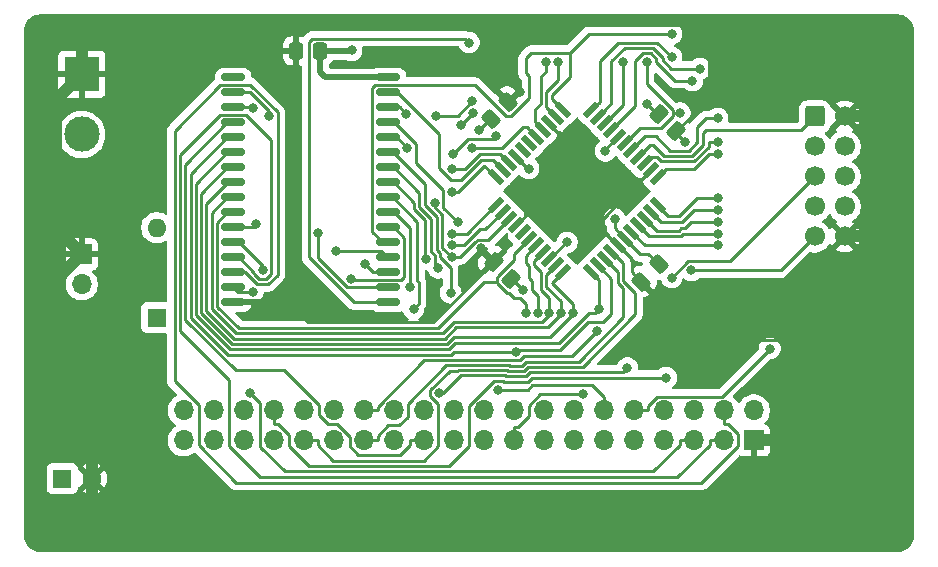
<source format=gbr>
%TF.GenerationSoftware,KiCad,Pcbnew,9.0.0*%
%TF.CreationDate,2025-03-29T21:15:17+01:00*%
%TF.ProjectId,p2000t-ram-expansion-board-128kb-smd-cpld,70323030-3074-42d7-9261-6d2d65787061,4*%
%TF.SameCoordinates,Original*%
%TF.FileFunction,Copper,L1,Top*%
%TF.FilePolarity,Positive*%
%FSLAX46Y46*%
G04 Gerber Fmt 4.6, Leading zero omitted, Abs format (unit mm)*
G04 Created by KiCad (PCBNEW 9.0.0) date 2025-03-29 21:15:17*
%MOMM*%
%LPD*%
G01*
G04 APERTURE LIST*
G04 Aperture macros list*
%AMRoundRect*
0 Rectangle with rounded corners*
0 $1 Rounding radius*
0 $2 $3 $4 $5 $6 $7 $8 $9 X,Y pos of 4 corners*
0 Add a 4 corners polygon primitive as box body*
4,1,4,$2,$3,$4,$5,$6,$7,$8,$9,$2,$3,0*
0 Add four circle primitives for the rounded corners*
1,1,$1+$1,$2,$3*
1,1,$1+$1,$4,$5*
1,1,$1+$1,$6,$7*
1,1,$1+$1,$8,$9*
0 Add four rect primitives between the rounded corners*
20,1,$1+$1,$2,$3,$4,$5,0*
20,1,$1+$1,$4,$5,$6,$7,0*
20,1,$1+$1,$6,$7,$8,$9,0*
20,1,$1+$1,$8,$9,$2,$3,0*%
%AMRotRect*
0 Rectangle, with rotation*
0 The origin of the aperture is its center*
0 $1 length*
0 $2 width*
0 $3 Rotation angle, in degrees counterclockwise*
0 Add horizontal line*
21,1,$1,$2,0,0,$3*%
G04 Aperture macros list end*
%TA.AperFunction,SMDPad,CuDef*%
%ADD10RoundRect,0.250000X0.574524X0.097227X0.097227X0.574524X-0.574524X-0.097227X-0.097227X-0.574524X0*%
%TD*%
%TA.AperFunction,SMDPad,CuDef*%
%ADD11RoundRect,0.250000X-0.097227X0.574524X-0.574524X0.097227X0.097227X-0.574524X0.574524X-0.097227X0*%
%TD*%
%TA.AperFunction,ComponentPad*%
%ADD12R,1.600000X1.600000*%
%TD*%
%TA.AperFunction,ComponentPad*%
%ADD13O,1.600000X1.600000*%
%TD*%
%TA.AperFunction,SMDPad,CuDef*%
%ADD14RoundRect,0.250000X0.337500X0.475000X-0.337500X0.475000X-0.337500X-0.475000X0.337500X-0.475000X0*%
%TD*%
%TA.AperFunction,ComponentPad*%
%ADD15RoundRect,0.250000X-0.600000X-0.600000X0.600000X-0.600000X0.600000X0.600000X-0.600000X0.600000X0*%
%TD*%
%TA.AperFunction,ComponentPad*%
%ADD16C,1.700000*%
%TD*%
%TA.AperFunction,ComponentPad*%
%ADD17R,1.700000X1.700000*%
%TD*%
%TA.AperFunction,ComponentPad*%
%ADD18O,1.700000X1.700000*%
%TD*%
%TA.AperFunction,SMDPad,CuDef*%
%ADD19RoundRect,0.250000X0.097227X-0.574524X0.574524X-0.097227X-0.097227X0.574524X-0.574524X0.097227X0*%
%TD*%
%TA.AperFunction,SMDPad,CuDef*%
%ADD20RotRect,1.500000X0.550000X135.000000*%
%TD*%
%TA.AperFunction,SMDPad,CuDef*%
%ADD21RotRect,1.500000X0.550000X45.000000*%
%TD*%
%TA.AperFunction,SMDPad,CuDef*%
%ADD22RoundRect,0.150000X-0.875000X-0.150000X0.875000X-0.150000X0.875000X0.150000X-0.875000X0.150000X0*%
%TD*%
%TA.AperFunction,ComponentPad*%
%ADD23C,1.600000*%
%TD*%
%TA.AperFunction,ComponentPad*%
%ADD24R,3.000000X3.000000*%
%TD*%
%TA.AperFunction,ComponentPad*%
%ADD25C,3.000000*%
%TD*%
%TA.AperFunction,SMDPad,CuDef*%
%ADD26RoundRect,0.250000X-0.574524X-0.097227X-0.097227X-0.574524X0.574524X0.097227X0.097227X0.574524X0*%
%TD*%
%TA.AperFunction,ViaPad*%
%ADD27C,0.800000*%
%TD*%
%TA.AperFunction,Conductor*%
%ADD28C,0.250000*%
%TD*%
%TA.AperFunction,Conductor*%
%ADD29C,0.500000*%
%TD*%
%TA.AperFunction,Conductor*%
%ADD30C,1.000000*%
%TD*%
G04 APERTURE END LIST*
D10*
%TO.P,C7,2*%
%TO.N,GND*%
X77020877Y-65381877D03*
%TO.P,C7,1*%
%TO.N,+5V*%
X78488123Y-66849123D03*
%TD*%
D11*
%TO.P,C1,1*%
%TO.N,+5V*%
X90988123Y-65599177D03*
%TO.P,C1,2*%
%TO.N,GND*%
X89520877Y-67066423D03*
%TD*%
D12*
%TO.P,D1,1,K*%
%TO.N,+5V*%
X48500000Y-70120000D03*
D13*
%TO.P,D1,2,A*%
%TO.N,VCC*%
X48500000Y-62500000D03*
%TD*%
D14*
%TO.P,C5,1*%
%TO.N,+5V*%
X62345000Y-47544000D03*
%TO.P,C5,2*%
%TO.N,GND*%
X60270000Y-47544000D03*
%TD*%
D15*
%TO.P,J4,1,TCK*%
%TO.N,TCK*%
X104210000Y-53090000D03*
D16*
%TO.P,J4,2,GND*%
%TO.N,GND*%
X106750000Y-53090000D03*
%TO.P,J4,3,TDO*%
%TO.N,TDO*%
X104210000Y-55630000D03*
%TO.P,J4,4,VccT*%
%TO.N,+5V*%
X106750000Y-55630000D03*
%TO.P,J4,5,TMS*%
%TO.N,TMS*%
X104210000Y-58170000D03*
%TO.P,J4,6,NC*%
%TO.N,unconnected-(J4-NC-Pad6)*%
X106750000Y-58170000D03*
%TO.P,J4,7,NC*%
%TO.N,unconnected-(J4-NC-Pad7)*%
X104210000Y-60710000D03*
%TO.P,J4,8,NC*%
%TO.N,unconnected-(J4-NC-Pad8)*%
X106750000Y-60710000D03*
%TO.P,J4,9,TDI*%
%TO.N,TDI*%
X104210000Y-63250000D03*
%TO.P,J4,10,GND*%
%TO.N,GND*%
X106750000Y-63250000D03*
%TD*%
D17*
%TO.P,J2,1,Pin_1*%
%TO.N,GND*%
X42158000Y-64770000D03*
D18*
%TO.P,J2,2,Pin_2*%
%TO.N,VCC*%
X42158000Y-67310000D03*
%TD*%
D19*
%TO.P,C6,1*%
%TO.N,+5V*%
X76770877Y-53316423D03*
%TO.P,C6,2*%
%TO.N,GND*%
X78238123Y-51849177D03*
%TD*%
D20*
%TO.P,U1,44,I/O*%
%TO.N,R3*%
X77229164Y-58197018D03*
%TO.P,U1,43,I/O*%
%TO.N,R2*%
X77794850Y-57631333D03*
%TO.P,U1,42,I/O*%
%TO.N,R1*%
X78360535Y-57065648D03*
%TO.P,U1,41,VCC*%
%TO.N,+5V*%
X78926220Y-56499962D03*
%TO.P,U1,40,I/OE2/GCLK2*%
%TO.N,unconnected-(U1-I{slash}OE2{slash}GCLK2-Pad40)*%
X79491906Y-55934277D03*
%TO.P,U1,39,I/GCLR*%
%TO.N,unconnected-(U1-I{slash}GCLR-Pad39)*%
X80057591Y-55368591D03*
%TO.P,U1,38,I/OE1/Vpp*%
%TO.N,A14*%
X80623277Y-54802906D03*
%TO.P,U1,37,I/GCLK1*%
%TO.N,A13*%
X81188962Y-54237220D03*
%TO.P,U1,36,GND*%
%TO.N,GND*%
X81754648Y-53671535D03*
%TO.P,U1,35,I/O/GCLK3*%
%TO.N,R0*%
X82320333Y-53105850D03*
%TO.P,U1,34,I/O*%
%TO.N,D7*%
X82886018Y-52540164D03*
D21*
%TO.P,U1,33,I/O*%
%TO.N,D6*%
X85290182Y-52540164D03*
%TO.P,U1,32,I/O/TDO*%
%TO.N,TDO*%
X85855867Y-53105850D03*
%TO.P,U1,31,I/O*%
%TO.N,D5*%
X86421552Y-53671535D03*
%TO.P,U1,30,I/O*%
%TO.N,D4*%
X86987238Y-54237220D03*
%TO.P,U1,29,VCC*%
%TO.N,+5V*%
X87552923Y-54802906D03*
%TO.P,U1,28,I/O*%
%TO.N,D3*%
X88118609Y-55368591D03*
%TO.P,U1,27,I/O*%
%TO.N,D2*%
X88684294Y-55934277D03*
%TO.P,U1,26,I/O/TCK*%
%TO.N,TCK*%
X89249980Y-56499962D03*
%TO.P,U1,25,I/O*%
%TO.N,D1*%
X89815665Y-57065648D03*
%TO.P,U1,24,GND*%
%TO.N,GND*%
X90381350Y-57631333D03*
%TO.P,U1,23,I/O*%
%TO.N,D0*%
X90947036Y-58197018D03*
D20*
%TO.P,U1,22,I/O*%
%TO.N,~{RES}*%
X90947036Y-60601182D03*
%TO.P,U1,21,I/O*%
%TO.N,RAMS2*%
X90381350Y-61166867D03*
%TO.P,U1,20,I/O*%
%TO.N,~{WR}*%
X89815665Y-61732552D03*
%TO.P,U1,19,I/O/PD2*%
%TO.N,~{CS1}*%
X89249980Y-62298238D03*
%TO.P,U1,18,I/O*%
%TO.N,~{RD}*%
X88684294Y-62863923D03*
%TO.P,U1,17,VCC*%
%TO.N,+5V*%
X88118609Y-63429609D03*
%TO.P,U1,16,GND*%
%TO.N,GND*%
X87552923Y-63995294D03*
%TO.P,U1,15,I/O*%
%TO.N,~{IORQ}*%
X86987238Y-64560980D03*
%TO.P,U1,14,I/O*%
%TO.N,~{MRQ}*%
X86421552Y-65126665D03*
%TO.P,U1,13,I/O*%
%TO.N,A7*%
X85855867Y-65692350D03*
%TO.P,U1,12,I/O*%
%TO.N,A6*%
X85290182Y-66258036D03*
D21*
%TO.P,U1,11,I/O*%
%TO.N,A5*%
X82886018Y-66258036D03*
%TO.P,U1,10,I/O*%
%TO.N,A4*%
X82320333Y-65692350D03*
%TO.P,U1,9,VCC*%
%TO.N,+5V*%
X81754648Y-65126665D03*
%TO.P,U1,8,I/O*%
%TO.N,A3*%
X81188962Y-64560980D03*
%TO.P,U1,7,I/O/TMS*%
%TO.N,TMS*%
X80623277Y-63995294D03*
%TO.P,U1,6,I/O*%
%TO.N,A2*%
X80057591Y-63429609D03*
%TO.P,U1,5,I/O/PD1*%
%TO.N,unconnected-(U1-I{slash}O{slash}PD1-Pad5)*%
X79491906Y-62863923D03*
%TO.P,U1,4,GND*%
%TO.N,GND*%
X78926220Y-62298238D03*
%TO.P,U1,3,I/O*%
%TO.N,A1*%
X78360535Y-61732552D03*
%TO.P,U1,2,I/O*%
%TO.N,A0*%
X77794850Y-61166867D03*
%TO.P,U1,1,I/O/TDI*%
%TO.N,TDI*%
X77229164Y-60601182D03*
%TD*%
D22*
%TO.P,U2,1,NC*%
%TO.N,unconnected-(U2-NC-Pad1)*%
X54990000Y-49790000D03*
%TO.P,U2,2,A16*%
%TO.N,R3*%
X54990000Y-51060000D03*
%TO.P,U2,3,A14*%
%TO.N,R1*%
X54990000Y-52330000D03*
%TO.P,U2,4,A12*%
%TO.N,A12*%
X54990000Y-53600000D03*
%TO.P,U2,5,A7*%
%TO.N,A7*%
X54990000Y-54870000D03*
%TO.P,U2,6,A6*%
%TO.N,A6*%
X54990000Y-56140000D03*
%TO.P,U2,7,A5*%
%TO.N,A5*%
X54990000Y-57410000D03*
%TO.P,U2,8,A4*%
%TO.N,A4*%
X54990000Y-58680000D03*
%TO.P,U2,9,A3*%
%TO.N,A3*%
X54990000Y-59950000D03*
%TO.P,U2,10,A2*%
%TO.N,A2*%
X54990000Y-61220000D03*
%TO.P,U2,11,A1*%
%TO.N,A1*%
X54990000Y-62490000D03*
%TO.P,U2,12,A0*%
%TO.N,A0*%
X54990000Y-63760000D03*
%TO.P,U2,13,Q0*%
%TO.N,D0*%
X54990000Y-65030000D03*
%TO.P,U2,14,Q1*%
%TO.N,D1*%
X54990000Y-66300000D03*
%TO.P,U2,15,Q2*%
%TO.N,D2*%
X54990000Y-67570000D03*
%TO.P,U2,16,GND*%
%TO.N,GND*%
X54990000Y-68840000D03*
%TO.P,U2,17,Q3*%
%TO.N,D3*%
X68090000Y-68840000D03*
%TO.P,U2,18,Q4*%
%TO.N,D4*%
X68090000Y-67570000D03*
%TO.P,U2,19,Q5*%
%TO.N,D5*%
X68090000Y-66300000D03*
%TO.P,U2,20,Q6*%
%TO.N,D6*%
X68090000Y-65030000D03*
%TO.P,U2,21,Q7*%
%TO.N,D7*%
X68090000Y-63760000D03*
%TO.P,U2,22,~{CS1}*%
%TO.N,~{CS1}*%
X68090000Y-62490000D03*
%TO.P,U2,23,A10*%
%TO.N,A10*%
X68090000Y-61220000D03*
%TO.P,U2,24,~{OE}*%
%TO.N,~{RD}*%
X68090000Y-59950000D03*
%TO.P,U2,25,A11*%
%TO.N,A11*%
X68090000Y-58680000D03*
%TO.P,U2,26,A9*%
%TO.N,A9*%
X68090000Y-57410000D03*
%TO.P,U2,27,A8*%
%TO.N,A8*%
X68090000Y-56140000D03*
%TO.P,U2,28,A13*%
%TO.N,R0*%
X68090000Y-54870000D03*
%TO.P,U2,29,~{WE}*%
%TO.N,~{WR}*%
X68090000Y-53600000D03*
%TO.P,U2,30,CS2*%
%TO.N,+5V*%
X68090000Y-52330000D03*
%TO.P,U2,31,A15*%
%TO.N,R2*%
X68090000Y-51060000D03*
%TO.P,U2,32,VCC*%
%TO.N,+5V*%
X68090000Y-49790000D03*
%TD*%
D12*
%TO.P,C3,1*%
%TO.N,+5V*%
X40500000Y-83750000D03*
D23*
%TO.P,C3,2*%
%TO.N,GND*%
X43000000Y-83750000D03*
%TD*%
D24*
%TO.P,J3,1,Pin_1*%
%TO.N,GND*%
X42158000Y-49530000D03*
D25*
%TO.P,J3,2,Pin_2*%
%TO.N,VCC*%
X42158000Y-54610000D03*
%TD*%
D26*
%TO.P,C8,1*%
%TO.N,+5V*%
X91020877Y-52881877D03*
%TO.P,C8,2*%
%TO.N,GND*%
X92488123Y-54349123D03*
%TD*%
D17*
%TO.P,J1,1,Pin_1*%
%TO.N,GND*%
X99055000Y-80518000D03*
D18*
%TO.P,J1,2,Pin_2*%
%TO.N,unconnected-(J1-Pin_2-Pad2)*%
X99055000Y-77978000D03*
%TO.P,J1,3,Pin_3*%
%TO.N,D0*%
X96515000Y-80518000D03*
%TO.P,J1,4,Pin_4*%
%TO.N,D1*%
X96515000Y-77978000D03*
%TO.P,J1,5,Pin_5*%
%TO.N,D2*%
X93975000Y-80518000D03*
%TO.P,J1,6,Pin_6*%
%TO.N,D3*%
X93975000Y-77978000D03*
%TO.P,J1,7,Pin_7*%
%TO.N,D4*%
X91435000Y-80518000D03*
%TO.P,J1,8,Pin_8*%
%TO.N,D5*%
X91435000Y-77978000D03*
%TO.P,J1,9,Pin_9*%
%TO.N,D6*%
X88895000Y-80518000D03*
%TO.P,J1,10,Pin_10*%
%TO.N,D7*%
X88895000Y-77978000D03*
%TO.P,J1,11,Pin_11*%
%TO.N,A0*%
X86355000Y-80518000D03*
%TO.P,J1,12,Pin_12*%
%TO.N,A1*%
X86355000Y-77978000D03*
%TO.P,J1,13,Pin_13*%
%TO.N,A2*%
X83815000Y-80518000D03*
%TO.P,J1,14,Pin_14*%
%TO.N,A3*%
X83815000Y-77978000D03*
%TO.P,J1,15,Pin_15*%
%TO.N,A4*%
X81275000Y-80518000D03*
%TO.P,J1,16,Pin_16*%
%TO.N,A5*%
X81275000Y-77978000D03*
%TO.P,J1,17,Pin_17*%
%TO.N,A6*%
X78735000Y-80518000D03*
%TO.P,J1,18,Pin_18*%
%TO.N,A7*%
X78735000Y-77978000D03*
%TO.P,J1,19,Pin_19*%
%TO.N,A8*%
X76195000Y-80518000D03*
%TO.P,J1,20,Pin_20*%
%TO.N,A9*%
X76195000Y-77978000D03*
%TO.P,J1,21,Pin_21*%
%TO.N,A10*%
X73655000Y-80518000D03*
%TO.P,J1,22,Pin_22*%
%TO.N,A11*%
X73655000Y-77978000D03*
%TO.P,J1,23,Pin_23*%
%TO.N,A12*%
X71115000Y-80518000D03*
%TO.P,J1,24,Pin_24*%
%TO.N,A13*%
X71115000Y-77978000D03*
%TO.P,J1,25,Pin_25*%
%TO.N,A14*%
X68575000Y-80518000D03*
%TO.P,J1,26,Pin_26*%
%TO.N,RAMS2*%
X68575000Y-77978000D03*
%TO.P,J1,27,Pin_27*%
%TO.N,~{MRQ}*%
X66035000Y-80518000D03*
%TO.P,J1,28,Pin_28*%
%TO.N,~{RD}*%
X66035000Y-77978000D03*
%TO.P,J1,29,Pin_29*%
%TO.N,unconnected-(J1-Pin_29-Pad29)*%
X63495000Y-80518000D03*
%TO.P,J1,30,Pin_30*%
%TO.N,~{WR}*%
X63495000Y-77978000D03*
%TO.P,J1,31,Pin_31*%
%TO.N,~{IORQ}*%
X60955000Y-80518000D03*
%TO.P,J1,32,Pin_32*%
%TO.N,unconnected-(J1-Pin_32-Pad32)*%
X60955000Y-77978000D03*
%TO.P,J1,33,Pin_33*%
%TO.N,unconnected-(J1-Pin_33-Pad33)*%
X58415000Y-80518000D03*
%TO.P,J1,34,Pin_34*%
%TO.N,~{RES}*%
X58415000Y-77978000D03*
%TO.P,J1,35,Pin_35*%
%TO.N,unconnected-(J1-Pin_35-Pad35)*%
X55875000Y-80518000D03*
%TO.P,J1,36,Pin_36*%
%TO.N,unconnected-(J1-Pin_36-Pad36)*%
X55875000Y-77978000D03*
%TO.P,J1,37,Pin_37*%
%TO.N,unconnected-(J1-Pin_37-Pad37)*%
X53335000Y-80518000D03*
%TO.P,J1,38,Pin_38*%
%TO.N,unconnected-(J1-Pin_38-Pad38)*%
X53335000Y-77978000D03*
%TO.P,J1,39,Pin_39*%
%TO.N,unconnected-(J1-Pin_39-Pad39)*%
X50795000Y-80518000D03*
%TO.P,J1,40,Pin_40*%
%TO.N,unconnected-(J1-Pin_40-Pad40)*%
X50795000Y-77978000D03*
%TD*%
D27*
%TO.N,A6*%
X85987500Y-69364000D03*
%TO.N,R3*%
X73500000Y-59500000D03*
X57983300Y-53093100D03*
%TO.N,R1*%
X73500000Y-57500000D03*
X56635900Y-52396700D03*
%TO.N,R0*%
X82500000Y-48500000D03*
X75236200Y-51781200D03*
X72112400Y-53014800D03*
X69727300Y-55733400D03*
%TO.N,TDI*%
X73500000Y-63000000D03*
X93776500Y-66117800D03*
%TO.N,TDO*%
X94511300Y-49047600D03*
%TO.N,~{CS1}*%
X96000000Y-63000000D03*
X64935200Y-66826000D03*
%TO.N,TMS*%
X80750000Y-69750000D03*
X92103100Y-66725400D03*
%TO.N,~{RES}*%
X96000000Y-60000000D03*
X91648500Y-75215900D03*
%TO.N,~{WR}*%
X96000000Y-62000000D03*
X74014200Y-62044200D03*
%TO.N,~{RD}*%
X96000000Y-64000000D03*
X85757100Y-71293900D03*
X70245000Y-69360800D03*
%TO.N,RAMS2*%
X96000000Y-61000000D03*
X88359300Y-74405700D03*
X72407700Y-76527800D03*
%TO.N,A14*%
X75164700Y-55770600D03*
%TO.N,A13*%
X81500000Y-48500000D03*
X74284500Y-53831900D03*
X75323200Y-52793200D03*
%TO.N,A11*%
X71306500Y-65136500D03*
%TO.N,A10*%
X69941300Y-67543300D03*
%TO.N,A9*%
X72320200Y-65904800D03*
%TO.N,A8*%
X73376700Y-67998900D03*
%TO.N,A7*%
X78921000Y-73005900D03*
%TO.N,A6*%
X84559500Y-76593800D03*
%TO.N,A2*%
X79750000Y-69750000D03*
%TO.N,A1*%
X73500000Y-65000000D03*
X72026100Y-60377200D03*
X56948400Y-62220500D03*
X77358200Y-76211000D03*
%TO.N,A0*%
X73500000Y-64000000D03*
X57474400Y-66102400D03*
%TO.N,D7*%
X100410700Y-72741100D03*
X92105000Y-46101900D03*
%TO.N,D6*%
X92096600Y-48059600D03*
X63659400Y-64464700D03*
%TO.N,D5*%
X88000000Y-48500000D03*
X77266100Y-54724000D03*
X73588400Y-56277400D03*
X66114000Y-65578100D03*
%TO.N,D4*%
X62133100Y-62978300D03*
X93860100Y-50045800D03*
%TO.N,D3*%
X90000000Y-48500000D03*
X92804200Y-52784700D03*
X74936300Y-46829500D03*
%TO.N,D2*%
X96000000Y-53250000D03*
X56421700Y-76515700D03*
X56647600Y-67985600D03*
%TO.N,D1*%
X96000000Y-55250000D03*
%TO.N,D0*%
X96000000Y-56250000D03*
%TO.N,+5V*%
X87262700Y-61762700D03*
X65000000Y-47500000D03*
X86500000Y-56000000D03*
X80000000Y-57500000D03*
X83250000Y-63750000D03*
X90000000Y-52000000D03*
X75750000Y-54250000D03*
X79500000Y-67750000D03*
X69645500Y-52876700D03*
%TO.N,GND*%
X89250000Y-58750000D03*
X83000000Y-55000000D03*
X80250000Y-61000000D03*
X93250000Y-55250000D03*
X79250000Y-51000000D03*
X76000000Y-64250000D03*
%TO.N,A3*%
X81750000Y-69750000D03*
%TO.N,A4*%
X82750000Y-69750000D03*
%TO.N,A5*%
X83750000Y-69750000D03*
%TD*%
D28*
%TO.N,A6*%
X85606000Y-69745500D02*
X85987500Y-69364000D01*
X85068800Y-69745500D02*
X85606000Y-69745500D01*
X82533600Y-72280700D02*
X85068800Y-69745500D01*
X54692200Y-72804200D02*
X73262400Y-72804200D01*
X73785900Y-72280700D02*
X82533600Y-72280700D01*
X73262400Y-72804200D02*
X73785900Y-72280700D01*
X51815800Y-69927800D02*
X54692200Y-72804200D01*
X51815800Y-58810900D02*
X51815800Y-69927800D01*
X54486700Y-56140000D02*
X51815800Y-58810900D01*
X54990000Y-56140000D02*
X54486700Y-56140000D01*
%TO.N,A14*%
X77729400Y-55770600D02*
X75164700Y-55770600D01*
X79500000Y-54000000D02*
X77729400Y-55770600D01*
X80623300Y-54802900D02*
X79820400Y-54000000D01*
X79820400Y-54000000D02*
X79500000Y-54000000D01*
%TO.N,R3*%
X77229200Y-58197100D02*
X77229100Y-58197100D01*
X74000000Y-59500000D02*
X73500000Y-59500000D01*
X76250000Y-57250000D02*
X74000000Y-59500000D01*
X77197100Y-58197100D02*
X76250000Y-57250000D01*
X77229100Y-58197100D02*
X77197100Y-58197100D01*
X77229100Y-58197100D02*
X77229200Y-58197000D01*
X56374700Y-51060000D02*
X54990000Y-51060000D01*
X57983300Y-52668600D02*
X56374700Y-51060000D01*
X57983300Y-53093100D02*
X57983300Y-52668600D01*
%TO.N,R1*%
X74612200Y-57500000D02*
X73500000Y-57500000D01*
X75862200Y-56250000D02*
X74612200Y-57500000D01*
X77544900Y-56250000D02*
X75862200Y-56250000D01*
X78360500Y-57065600D02*
X77544900Y-56250000D01*
X78360600Y-57065700D02*
X78360500Y-57065600D01*
X56569200Y-52330000D02*
X56635900Y-52396700D01*
X54990000Y-52330000D02*
X56569200Y-52330000D01*
%TO.N,R2*%
X77794900Y-57631400D02*
X77794800Y-57631300D01*
X74250000Y-58500000D02*
X73500000Y-58500000D01*
X75951000Y-56799000D02*
X74250000Y-58500000D01*
X76962500Y-56799000D02*
X75951000Y-56799000D01*
X77794800Y-57631300D02*
X76962500Y-56799000D01*
X68866200Y-51060000D02*
X68090000Y-51060000D01*
X72375200Y-54569000D02*
X68866200Y-51060000D01*
X72375200Y-57466000D02*
X72375200Y-54569000D01*
X73409200Y-58500000D02*
X72375200Y-57466000D01*
X73500000Y-58500000D02*
X73409200Y-58500000D01*
%TO.N,R0*%
X82320400Y-53105900D02*
X82320300Y-53105800D01*
X82500000Y-50000000D02*
X82500000Y-48500000D01*
X81500000Y-51000000D02*
X82500000Y-50000000D01*
X81500000Y-52285500D02*
X81500000Y-51000000D01*
X82320300Y-53105800D02*
X81500000Y-52285500D01*
X74002600Y-53014800D02*
X72112400Y-53014800D01*
X75236200Y-51781200D02*
X74002600Y-53014800D01*
X68863900Y-54870000D02*
X68090000Y-54870000D01*
X69727300Y-55733400D02*
X68863900Y-54870000D01*
%TO.N,TDI*%
X74750000Y-63000000D02*
X73500000Y-63000000D01*
X77148800Y-60601200D02*
X74750000Y-63000000D01*
X77229200Y-60601200D02*
X77148800Y-60601200D01*
X101342200Y-66117800D02*
X93776500Y-66117800D01*
X104210000Y-63250000D02*
X101342200Y-66117800D01*
%TO.N,TCK*%
X95000000Y-54250000D02*
X96000000Y-54250000D01*
X94750000Y-54500000D02*
X95000000Y-54250000D01*
X94750000Y-55500000D02*
X94750000Y-54500000D01*
X93823000Y-56427000D02*
X94750000Y-55500000D01*
X91427000Y-56427000D02*
X93823000Y-56427000D01*
X90500000Y-55500000D02*
X91427000Y-56427000D01*
X90250000Y-55500000D02*
X90500000Y-55500000D01*
X89250000Y-56500000D02*
X90250000Y-55500000D01*
X103050000Y-54250000D02*
X104210000Y-53090000D01*
X96000000Y-54250000D02*
X103050000Y-54250000D01*
%TO.N,TDO*%
X92059300Y-49047600D02*
X94511300Y-49047600D01*
X91342400Y-48330700D02*
X92059300Y-49047600D01*
X91342400Y-48121400D02*
X91342400Y-48330700D01*
X90500100Y-47279100D02*
X91342400Y-48121400D01*
X88111300Y-47279100D02*
X90500100Y-47279100D01*
X87000000Y-48390400D02*
X88111300Y-47279100D01*
X87000000Y-48500000D02*
X87000000Y-48390400D01*
X85855900Y-53105900D02*
X86428000Y-52533800D01*
X87000000Y-51961800D02*
X87000000Y-48500000D01*
X86428000Y-52533800D02*
X87000000Y-51961800D01*
X86427900Y-52533800D02*
X85855900Y-53105800D01*
X86428000Y-52533800D02*
X86427900Y-52533800D01*
%TO.N,~{CS1}*%
X89250000Y-62298200D02*
X89250000Y-62298300D01*
X93103000Y-63000000D02*
X96000000Y-63000000D01*
X92853000Y-63250000D02*
X93103000Y-63000000D01*
X90201700Y-63250000D02*
X92853000Y-63250000D01*
X89250000Y-62298300D02*
X90201700Y-63250000D01*
X68586700Y-62490000D02*
X68090000Y-62490000D01*
X69456100Y-63359400D02*
X68586700Y-62490000D01*
X69456100Y-66683900D02*
X69456100Y-63359400D01*
X69205000Y-66935000D02*
X69456100Y-66683900D01*
X65044200Y-66935000D02*
X69205000Y-66935000D01*
X64935200Y-66826000D02*
X65044200Y-66935000D01*
%TO.N,TMS*%
X80750000Y-68250000D02*
X80750000Y-69750000D01*
X80250000Y-67750000D02*
X80750000Y-68250000D01*
X80250000Y-67000000D02*
X80250000Y-67750000D01*
X80000000Y-66750000D02*
X80250000Y-67000000D01*
X80000000Y-65750000D02*
X80000000Y-66750000D01*
X79750000Y-65500000D02*
X80000000Y-65750000D01*
X79750000Y-64868600D02*
X79750000Y-65500000D01*
X80623300Y-63995300D02*
X79750000Y-64868600D01*
X97024400Y-65355600D02*
X104210000Y-58170000D01*
X93472900Y-65355600D02*
X97024400Y-65355600D01*
X92103100Y-66725400D02*
X93472900Y-65355600D01*
%TO.N,~{RES}*%
X90947100Y-60601200D02*
X90947100Y-60649100D01*
X94250000Y-60000000D02*
X96000000Y-60000000D01*
X92750000Y-61500000D02*
X94250000Y-60000000D01*
X91750000Y-61500000D02*
X92750000Y-61500000D01*
X90947100Y-60697100D02*
X91750000Y-61500000D01*
X90947100Y-60649100D02*
X90947100Y-60697100D01*
X90947000Y-60649000D02*
X90947000Y-60601200D01*
X90947100Y-60649100D02*
X90947000Y-60649000D01*
X58415000Y-77978000D02*
X58415000Y-79153100D01*
X80282900Y-75215900D02*
X91648500Y-75215900D01*
X79967400Y-75531400D02*
X80282900Y-75215900D01*
X77874700Y-75531400D02*
X79967400Y-75531400D01*
X77818400Y-75475100D02*
X77874700Y-75531400D01*
X77033800Y-75475100D02*
X77818400Y-75475100D01*
X74925000Y-77583900D02*
X77033800Y-75475100D01*
X74925000Y-80999500D02*
X74925000Y-77583900D01*
X73252600Y-82671900D02*
X74925000Y-80999500D01*
X61364000Y-82671900D02*
X73252600Y-82671900D01*
X59685000Y-80992900D02*
X61364000Y-82671900D01*
X59685000Y-80057900D02*
X59685000Y-80992900D01*
X58780200Y-79153100D02*
X59685000Y-80057900D01*
X58415000Y-79153100D02*
X58780200Y-79153100D01*
%TO.N,~{IORQ}*%
X86987300Y-64561000D02*
X86987200Y-64561000D01*
X89000000Y-68000000D02*
X89000000Y-69750000D01*
X88000000Y-67000000D02*
X89000000Y-68000000D01*
X88000000Y-65500000D02*
X88000000Y-67000000D01*
X87061000Y-64561000D02*
X88000000Y-65500000D01*
X86987300Y-64561000D02*
X87061000Y-64561000D01*
X60955000Y-80518000D02*
X62130100Y-80518000D01*
X89000000Y-69851400D02*
X89000000Y-69750000D01*
X84556800Y-74294600D02*
X89000000Y-69851400D01*
X79931000Y-74294600D02*
X84556800Y-74294600D01*
X79594400Y-74631200D02*
X79931000Y-74294600D01*
X78247700Y-74631200D02*
X79594400Y-74631200D01*
X78184600Y-74568100D02*
X78247700Y-74631200D01*
X74044900Y-74568100D02*
X78184600Y-74568100D01*
X74008400Y-74604600D02*
X74044900Y-74568100D01*
X73305200Y-74604600D02*
X74008400Y-74604600D01*
X71646000Y-76263800D02*
X73305200Y-74604600D01*
X71646000Y-76791400D02*
X71646000Y-76263800D01*
X72328100Y-77473500D02*
X71646000Y-76791400D01*
X72328100Y-81019200D02*
X72328100Y-77473500D01*
X71125500Y-82221800D02*
X72328100Y-81019200D01*
X63468600Y-82221800D02*
X71125500Y-82221800D01*
X62130100Y-80883300D02*
X63468600Y-82221800D01*
X62130100Y-80518000D02*
X62130100Y-80883300D01*
%TO.N,~{WR}*%
X93750000Y-62000000D02*
X96000000Y-62000000D01*
X93201000Y-62549000D02*
X93750000Y-62000000D01*
X92916200Y-62549000D02*
X93201000Y-62549000D01*
X92715200Y-62750000D02*
X92916200Y-62549000D01*
X90833100Y-62750000D02*
X92715200Y-62750000D01*
X89815700Y-61732600D02*
X90833100Y-62750000D01*
X68619400Y-53600000D02*
X68090000Y-53600000D01*
X70480300Y-55460900D02*
X68619400Y-53600000D01*
X70480300Y-57025400D02*
X70480300Y-55460900D01*
X72774800Y-59319900D02*
X70480300Y-57025400D01*
X72774800Y-60804800D02*
X72774800Y-59319900D01*
X74014200Y-62044200D02*
X72774800Y-60804800D01*
%TO.N,~{RD}*%
X88684300Y-62863900D02*
X88684300Y-62864000D01*
X89820400Y-64000000D02*
X96000000Y-64000000D01*
X88684300Y-62864000D02*
X89820400Y-64000000D01*
X66035000Y-77978000D02*
X67210100Y-77978000D01*
X68517900Y-59950000D02*
X68090000Y-59950000D01*
X70567300Y-61999400D02*
X68517900Y-59950000D01*
X70567300Y-66985300D02*
X70567300Y-61999400D01*
X70693900Y-67111900D02*
X70567300Y-66985300D01*
X70693900Y-68911900D02*
X70693900Y-67111900D01*
X70245000Y-69360800D02*
X70693900Y-68911900D01*
X83656600Y-73394400D02*
X85757100Y-71293900D01*
X79558000Y-73394400D02*
X83656600Y-73394400D01*
X79221400Y-73731000D02*
X79558000Y-73394400D01*
X78620700Y-73731000D02*
X79221400Y-73731000D01*
X78557600Y-73667900D02*
X78620700Y-73731000D01*
X73671900Y-73667900D02*
X78557600Y-73667900D01*
X73635400Y-73704400D02*
X73671900Y-73667900D01*
X71153200Y-73704400D02*
X73635400Y-73704400D01*
X67210100Y-77647500D02*
X71153200Y-73704400D01*
X67210100Y-77978000D02*
X67210100Y-77647500D01*
%TO.N,~{MRQ}*%
X88000000Y-67637800D02*
X88000000Y-69750000D01*
X87549000Y-67186800D02*
X88000000Y-67637800D01*
X87549000Y-66254100D02*
X87549000Y-67186800D01*
X86421600Y-65126700D02*
X87549000Y-66254100D01*
X66035000Y-80518000D02*
X67210100Y-80518000D01*
X88000000Y-70098500D02*
X88000000Y-69750000D01*
X84254000Y-73844500D02*
X88000000Y-70098500D01*
X79744500Y-73844500D02*
X84254000Y-73844500D01*
X79407900Y-74181100D02*
X79744500Y-73844500D01*
X78434200Y-74181100D02*
X79407900Y-74181100D01*
X78371100Y-74118000D02*
X78434200Y-74181100D01*
X73858400Y-74118000D02*
X78371100Y-74118000D01*
X73821900Y-74154500D02*
X73858400Y-74118000D01*
X73032200Y-74154500D02*
X73821900Y-74154500D01*
X69750200Y-77436500D02*
X73032200Y-74154500D01*
X69750200Y-78503700D02*
X69750200Y-77436500D01*
X69005900Y-79248000D02*
X69750200Y-78503700D01*
X68114800Y-79248000D02*
X69005900Y-79248000D01*
X67210100Y-80152700D02*
X68114800Y-79248000D01*
X67210100Y-80518000D02*
X67210100Y-80152700D01*
%TO.N,RAMS2*%
X94000000Y-61000000D02*
X96000000Y-61000000D01*
X93000000Y-62000000D02*
X94000000Y-61000000D01*
X91214500Y-62000000D02*
X93000000Y-62000000D01*
X90381400Y-61166900D02*
X91214500Y-62000000D01*
X88020300Y-74744700D02*
X88359300Y-74405700D01*
X80117500Y-74744700D02*
X88020300Y-74744700D01*
X79780900Y-75081300D02*
X80117500Y-74744700D01*
X78061200Y-75081300D02*
X79780900Y-75081300D01*
X77998100Y-75018200D02*
X78061200Y-75081300D01*
X74231400Y-75018200D02*
X77998100Y-75018200D01*
X72721800Y-76527800D02*
X74231400Y-75018200D01*
X72407700Y-76527800D02*
X72721800Y-76527800D01*
%TO.N,A13*%
X81189000Y-54237300D02*
X80844500Y-53892800D01*
X81500000Y-49250000D02*
X81500000Y-48500000D01*
X81000000Y-49750000D02*
X81500000Y-49250000D01*
X81000000Y-52000000D02*
X81000000Y-49750000D01*
X80500000Y-52500000D02*
X81000000Y-52000000D01*
X80500000Y-53548300D02*
X80500000Y-52500000D01*
X80844500Y-53892800D02*
X80500000Y-53548300D01*
X80844600Y-53892800D02*
X81189000Y-54237200D01*
X80844500Y-53892800D02*
X80844600Y-53892800D01*
X74284500Y-53831900D02*
X75323200Y-52793200D01*
%TO.N,A12*%
X71115000Y-80518000D02*
X69939900Y-80518000D01*
X69939900Y-80885200D02*
X69939900Y-80518000D01*
X69099300Y-81725800D02*
X69939900Y-80885200D01*
X65559400Y-81725800D02*
X69099300Y-81725800D01*
X64859800Y-81026200D02*
X65559400Y-81725800D01*
X64859800Y-80218700D02*
X64859800Y-81026200D01*
X63794300Y-79153200D02*
X64859800Y-80218700D01*
X62969300Y-79153200D02*
X63794300Y-79153200D01*
X62225000Y-78408900D02*
X62969300Y-79153200D01*
X62225000Y-77540400D02*
X62225000Y-78408900D01*
X59277200Y-74592600D02*
X62225000Y-77540400D01*
X55207400Y-74592600D02*
X59277200Y-74592600D01*
X50915600Y-70300800D02*
X55207400Y-74592600D01*
X50915600Y-57178600D02*
X50915600Y-70300800D01*
X54494200Y-53600000D02*
X50915600Y-57178600D01*
X54990000Y-53600000D02*
X54494200Y-53600000D01*
%TO.N,A11*%
X71193100Y-65023100D02*
X71306500Y-65136500D01*
X71193100Y-61852800D02*
X71193100Y-65023100D01*
X70296100Y-60955800D02*
X71193100Y-61852800D01*
X70296100Y-60397400D02*
X70296100Y-60955800D01*
X68578700Y-58680000D02*
X70296100Y-60397400D01*
X68090000Y-58680000D02*
X68578700Y-58680000D01*
%TO.N,A10*%
X68634000Y-61220000D02*
X68090000Y-61220000D01*
X69941300Y-62527300D02*
X68634000Y-61220000D01*
X69941300Y-67543300D02*
X69941300Y-62527300D01*
%TO.N,A9*%
X68574900Y-57410000D02*
X68090000Y-57410000D01*
X70746200Y-59581300D02*
X68574900Y-57410000D01*
X70746200Y-60759500D02*
X70746200Y-59581300D01*
X71749300Y-61762600D02*
X70746200Y-60759500D01*
X71749300Y-64553800D02*
X71749300Y-61762600D01*
X72031600Y-64836100D02*
X71749300Y-64553800D01*
X72031600Y-65616200D02*
X72031600Y-64836100D01*
X72320200Y-65904800D02*
X72031600Y-65616200D01*
%TO.N,A8*%
X68517900Y-56140000D02*
X68090000Y-56140000D01*
X71196300Y-58818400D02*
X68517900Y-56140000D01*
X71196300Y-60573000D02*
X71196300Y-58818400D01*
X72221200Y-61597900D02*
X71196300Y-60573000D01*
X72221200Y-64389100D02*
X72221200Y-61597900D01*
X72481700Y-64649600D02*
X72221200Y-64389100D01*
X72481700Y-65010000D02*
X72481700Y-64649600D01*
X73376700Y-65905000D02*
X72481700Y-65010000D01*
X73376700Y-67998900D02*
X73376700Y-65905000D01*
%TO.N,A7*%
X86987300Y-66823800D02*
X86987300Y-69762700D01*
X85855900Y-65692400D02*
X86987300Y-66823800D01*
X79033600Y-72893300D02*
X78921000Y-73005900D01*
X82658300Y-72893300D02*
X79033600Y-72893300D01*
X85031900Y-70519700D02*
X82658300Y-72893300D01*
X86319300Y-70519700D02*
X85031900Y-70519700D01*
X86987300Y-69851700D02*
X86319300Y-70519700D01*
X86987300Y-69762700D02*
X86987300Y-69851700D01*
X73697300Y-73005900D02*
X78921000Y-73005900D01*
X73448900Y-73254300D02*
X73697300Y-73005900D01*
X54505700Y-73254300D02*
X73448900Y-73254300D01*
X51365700Y-70114300D02*
X54505700Y-73254300D01*
X51365700Y-57992500D02*
X51365700Y-70114300D01*
X54488200Y-54870000D02*
X51365700Y-57992500D01*
X54990000Y-54870000D02*
X54488200Y-54870000D01*
%TO.N,A6*%
X85290200Y-66258000D02*
X85290200Y-66258100D01*
X78735000Y-80518000D02*
X78735000Y-79342900D01*
X80985900Y-76593800D02*
X84559500Y-76593800D01*
X80005000Y-77574700D02*
X80985900Y-76593800D01*
X80005000Y-78438100D02*
X80005000Y-77574700D01*
X79100200Y-79342900D02*
X80005000Y-78438100D01*
X78735000Y-79342900D02*
X79100200Y-79342900D01*
X85987500Y-66955400D02*
X85987500Y-69364000D01*
X85290200Y-66258100D02*
X85987500Y-66955400D01*
%TO.N,A5*%
X82886000Y-66258100D02*
X82886000Y-66258000D01*
X83750000Y-69000000D02*
X83750000Y-69750000D01*
X81947100Y-67197100D02*
X83750000Y-69000000D01*
X82886000Y-66258100D02*
X81947100Y-67197100D01*
X83750000Y-69824700D02*
X83750000Y-69750000D01*
X81826100Y-71748600D02*
X83750000Y-69824700D01*
X73681400Y-71748600D02*
X81826100Y-71748600D01*
X73075900Y-72354100D02*
X73681400Y-71748600D01*
X54878700Y-72354100D02*
X73075900Y-72354100D01*
X52265900Y-69741300D02*
X54878700Y-72354100D01*
X52265900Y-59630400D02*
X52265900Y-69741300D01*
X54486300Y-57410000D02*
X52265900Y-59630400D01*
X54990000Y-57410000D02*
X54486300Y-57410000D01*
%TO.N,A4*%
X82320400Y-65692400D02*
X82320300Y-65692500D01*
X82320300Y-65692500D02*
X82320300Y-65692400D01*
X82750000Y-68750000D02*
X82750000Y-69750000D01*
X81496100Y-67496100D02*
X82750000Y-68750000D01*
X81496100Y-66516700D02*
X81496100Y-67496100D01*
X82320300Y-65692500D02*
X81496100Y-66516700D01*
X82750000Y-69834400D02*
X82750000Y-69750000D01*
X81658900Y-70925500D02*
X82750000Y-69834400D01*
X73867900Y-70925500D02*
X81658900Y-70925500D01*
X72889400Y-71904000D02*
X73867900Y-70925500D01*
X55065200Y-71904000D02*
X72889400Y-71904000D01*
X52716000Y-69554800D02*
X55065200Y-71904000D01*
X52716000Y-60526100D02*
X52716000Y-69554800D01*
X54562100Y-58680000D02*
X52716000Y-60526100D01*
X54990000Y-58680000D02*
X54562100Y-58680000D01*
%TO.N,A3*%
X81750000Y-68500000D02*
X81750000Y-69750000D01*
X81000000Y-67750000D02*
X81750000Y-68500000D01*
X81000000Y-66250000D02*
X81000000Y-67750000D01*
X80451000Y-65701000D02*
X81000000Y-66250000D01*
X80451000Y-65299000D02*
X80451000Y-65701000D01*
X81189000Y-64561000D02*
X80451000Y-65299000D01*
X81750000Y-69861900D02*
X81750000Y-69750000D01*
X81136700Y-70475200D02*
X81750000Y-69861900D01*
X73681500Y-70475200D02*
X81136700Y-70475200D01*
X72702800Y-71453900D02*
X73681500Y-70475200D01*
X55251700Y-71453900D02*
X72702800Y-71453900D01*
X53166100Y-69368300D02*
X55251700Y-71453900D01*
X53166100Y-61243200D02*
X53166100Y-69368300D01*
X54459300Y-59950000D02*
X53166100Y-61243200D01*
X54990000Y-59950000D02*
X54459300Y-59950000D01*
%TO.N,A2*%
X77332700Y-66712700D02*
X77332700Y-67093500D01*
X77397700Y-66647700D02*
X77332700Y-66712700D01*
X77375000Y-66625000D02*
X77397700Y-66647700D01*
X78750000Y-65250000D02*
X77375000Y-66625000D01*
X78750000Y-64750000D02*
X78750000Y-65250000D01*
X80057600Y-63442400D02*
X78750000Y-64750000D01*
X80057600Y-63429600D02*
X80057600Y-63442400D01*
X79750000Y-69000000D02*
X79750000Y-69750000D01*
X79226000Y-68476000D02*
X79750000Y-69000000D01*
X78774000Y-68476000D02*
X79226000Y-68476000D01*
X78302600Y-68004600D02*
X78774000Y-68476000D01*
X78157200Y-68004600D02*
X78302600Y-68004600D01*
X77332700Y-67180100D02*
X78157200Y-68004600D01*
X77332700Y-67093500D02*
X77332700Y-67180100D01*
X54485400Y-61220000D02*
X54990000Y-61220000D01*
X53616200Y-62089200D02*
X54485400Y-61220000D01*
X53616200Y-69181800D02*
X53616200Y-62089200D01*
X55438200Y-71003800D02*
X53616200Y-69181800D01*
X72291500Y-71003800D02*
X55438200Y-71003800D01*
X76201800Y-67093500D02*
X72291500Y-71003800D01*
X77332700Y-67093500D02*
X76201800Y-67093500D01*
%TO.N,A1*%
X86355000Y-77978000D02*
X86355000Y-76802900D01*
X85390300Y-75838200D02*
X86355000Y-76802900D01*
X80297200Y-75838200D02*
X85390300Y-75838200D01*
X79924400Y-76211000D02*
X80297200Y-75838200D01*
X77358200Y-76211000D02*
X79924400Y-76211000D01*
X72026100Y-60766200D02*
X72026100Y-60377200D01*
X72671300Y-61411400D02*
X72026100Y-60766200D01*
X72671300Y-64202600D02*
X72671300Y-61411400D01*
X73468700Y-65000000D02*
X72671300Y-64202600D01*
X73500000Y-65000000D02*
X73468700Y-65000000D01*
X78360600Y-61732600D02*
X78360500Y-61732600D01*
X74223300Y-65000000D02*
X73500000Y-65000000D01*
X75486600Y-63736600D02*
X74223300Y-65000000D01*
X75699300Y-63524000D02*
X75486600Y-63736600D01*
X76569100Y-63524000D02*
X75699300Y-63524000D01*
X78360500Y-61732600D02*
X76569100Y-63524000D01*
X56678900Y-62490000D02*
X56948400Y-62220500D01*
X54990000Y-62490000D02*
X56678900Y-62490000D01*
%TO.N,A0*%
X77794900Y-61166900D02*
X77794800Y-61167000D01*
X77794800Y-61167000D02*
X77794800Y-61166900D01*
X74500000Y-64000000D02*
X73500000Y-64000000D01*
X75875000Y-62625000D02*
X74500000Y-64000000D01*
X76336800Y-62625000D02*
X75875000Y-62625000D01*
X77794800Y-61167000D02*
X76336800Y-62625000D01*
X55448100Y-63760000D02*
X54990000Y-63760000D01*
X57474400Y-65786300D02*
X55448100Y-63760000D01*
X57474400Y-66102400D02*
X57474400Y-65786300D01*
%TO.N,D7*%
X83500000Y-49750000D02*
X83500000Y-48500000D01*
X82000000Y-51250000D02*
X83500000Y-49750000D01*
X82000000Y-51654200D02*
X82000000Y-51250000D01*
X82886000Y-52540200D02*
X82000000Y-51654200D01*
X96348900Y-76802900D02*
X100410700Y-72741100D01*
X90877900Y-76802900D02*
X96348900Y-76802900D01*
X90070100Y-77610700D02*
X90877900Y-76802900D01*
X90070100Y-77978000D02*
X90070100Y-77610700D01*
X88895000Y-77978000D02*
X90070100Y-77978000D01*
X67624700Y-63760000D02*
X68090000Y-63760000D01*
X66728500Y-62863800D02*
X67624700Y-63760000D01*
X66728500Y-50691600D02*
X66728500Y-62863800D01*
X66995100Y-50425000D02*
X66728500Y-50691600D01*
X75472100Y-50425000D02*
X66995100Y-50425000D01*
X78097900Y-53050800D02*
X75472100Y-50425000D01*
X78523100Y-53050800D02*
X78097900Y-53050800D01*
X80037100Y-51536800D02*
X78523100Y-53050800D01*
X80037100Y-49686800D02*
X80037100Y-51536800D01*
X79762100Y-49411800D02*
X80037100Y-49686800D01*
X79762100Y-48176500D02*
X79762100Y-49411800D01*
X80232700Y-47705900D02*
X79762100Y-48176500D01*
X83500000Y-47705900D02*
X80232700Y-47705900D01*
X83500000Y-48500000D02*
X83500000Y-47705900D01*
X85104000Y-46101900D02*
X92105000Y-46101900D01*
X83500000Y-47705900D02*
X85104000Y-46101900D01*
%TO.N,D6*%
X86000000Y-51830400D02*
X86000000Y-48500000D01*
X85290200Y-52540200D02*
X86000000Y-51830400D01*
X90865900Y-46828900D02*
X92096600Y-48059600D01*
X87595900Y-46828900D02*
X90865900Y-46828900D01*
X86000000Y-48424800D02*
X87595900Y-46828900D01*
X86000000Y-48500000D02*
X86000000Y-48424800D01*
X67524700Y-64464700D02*
X68090000Y-65030000D01*
X63659400Y-64464700D02*
X67524700Y-64464700D01*
%TO.N,D5*%
X86421600Y-53671600D02*
X86421600Y-53671500D01*
X88000000Y-52093100D02*
X88000000Y-48500000D01*
X86421600Y-53671500D02*
X88000000Y-52093100D01*
X74861500Y-55004300D02*
X73588400Y-56277400D01*
X76985800Y-55004300D02*
X74861500Y-55004300D01*
X77266100Y-54724000D02*
X76985800Y-55004300D01*
X66835900Y-66300000D02*
X68090000Y-66300000D01*
X66114000Y-65578100D02*
X66835900Y-66300000D01*
%TO.N,D4*%
X86987300Y-54237300D02*
X87993700Y-53230900D01*
X87993500Y-53230900D02*
X86987200Y-54237200D01*
X87993700Y-53230900D02*
X87993500Y-53230900D01*
X89000000Y-52224500D02*
X89000000Y-48500000D01*
X87993700Y-53230900D02*
X89000000Y-52224500D01*
X92357900Y-50045800D02*
X93860100Y-50045800D01*
X90808700Y-48496600D02*
X92357900Y-50045800D01*
X90808700Y-48224400D02*
X90808700Y-48496600D01*
X90313600Y-47729300D02*
X90808700Y-48224400D01*
X89679900Y-47729300D02*
X90313600Y-47729300D01*
X89000000Y-48409200D02*
X89679900Y-47729300D01*
X89000000Y-48500000D02*
X89000000Y-48409200D01*
X62133100Y-65049300D02*
X62133100Y-62978300D01*
X64653800Y-67570000D02*
X62133100Y-65049300D01*
X68090000Y-67570000D02*
X64653800Y-67570000D01*
%TO.N,D3*%
X92176300Y-53018400D02*
X92176300Y-52784700D01*
X91157300Y-54037300D02*
X92176300Y-53018400D01*
X89449900Y-54037300D02*
X91157300Y-54037300D01*
X88118600Y-55368600D02*
X89449900Y-54037300D01*
X90000000Y-50374700D02*
X90000000Y-48500000D01*
X92176300Y-52551000D02*
X90000000Y-50374700D01*
X92176300Y-52784700D02*
X92176300Y-52551000D01*
X92176300Y-52784700D02*
X92804200Y-52784700D01*
X65227300Y-68840000D02*
X68090000Y-68840000D01*
X61407800Y-65020500D02*
X65227300Y-68840000D01*
X61407800Y-46770000D02*
X61407800Y-65020500D01*
X61687200Y-46490600D02*
X61407800Y-46770000D01*
X74597400Y-46490600D02*
X61687200Y-46490600D01*
X74936300Y-46829500D02*
X74597400Y-46490600D01*
%TO.N,D2*%
X95000000Y-53250000D02*
X96000000Y-53250000D01*
X94250000Y-54000000D02*
X95000000Y-53250000D01*
X94250000Y-55276700D02*
X94250000Y-54000000D01*
X93550700Y-55976000D02*
X94250000Y-55276700D01*
X91976000Y-55976000D02*
X93550700Y-55976000D01*
X90750000Y-54750000D02*
X91976000Y-55976000D01*
X89868600Y-54750000D02*
X90750000Y-54750000D01*
X88684300Y-55934300D02*
X89868600Y-54750000D01*
X93975000Y-80518000D02*
X92799900Y-80518000D01*
X55405600Y-67985600D02*
X56647600Y-67985600D01*
X54990000Y-67570000D02*
X55405600Y-67985600D01*
X92799900Y-80885200D02*
X92799900Y-80518000D01*
X90538700Y-83146400D02*
X92799900Y-80885200D01*
X59328400Y-83146400D02*
X90538700Y-83146400D01*
X57239800Y-81057800D02*
X59328400Y-83146400D01*
X57239800Y-77333800D02*
X57239800Y-81057800D01*
X56421700Y-76515700D02*
X57239800Y-77333800D01*
%TO.N,D1*%
X96515000Y-77978000D02*
X96515000Y-79153100D01*
X89815700Y-57065700D02*
X90098600Y-56782800D01*
X95250000Y-55250000D02*
X96000000Y-55250000D01*
X95250000Y-55637800D02*
X95250000Y-55250000D01*
X94009800Y-56878000D02*
X95250000Y-55637800D01*
X91240200Y-56878000D02*
X94009800Y-56878000D01*
X90862200Y-56500000D02*
X91240200Y-56878000D01*
X90381400Y-56500000D02*
X90862200Y-56500000D01*
X90098600Y-56782800D02*
X90381400Y-56500000D01*
X90098500Y-56782800D02*
X89815700Y-57065600D01*
X90098600Y-56782800D02*
X90098500Y-56782800D01*
X96882200Y-79153100D02*
X96515000Y-79153100D01*
X97730600Y-80001500D02*
X96882200Y-79153100D01*
X97730600Y-80964900D02*
X97730600Y-80001500D01*
X94587400Y-84108100D02*
X97730600Y-80964900D01*
X55254200Y-84108100D02*
X94587400Y-84108100D01*
X52065000Y-80918900D02*
X55254200Y-84108100D01*
X52065000Y-77538000D02*
X52065000Y-80918900D01*
X50015400Y-75488400D02*
X52065000Y-77538000D01*
X50015400Y-54282000D02*
X50015400Y-75488400D01*
X53872400Y-50425000D02*
X50015400Y-54282000D01*
X56427100Y-50425000D02*
X53872400Y-50425000D01*
X58732300Y-52730200D02*
X56427100Y-50425000D01*
X58732300Y-66506600D02*
X58732300Y-52730200D01*
X57961300Y-67277600D02*
X58732300Y-66506600D01*
X56987600Y-67277600D02*
X57961300Y-67277600D01*
X56010000Y-66300000D02*
X56987600Y-67277600D01*
X54990000Y-66300000D02*
X56010000Y-66300000D01*
%TO.N,D0*%
X95275600Y-56250000D02*
X96000000Y-56250000D01*
X94025600Y-57500000D02*
X95275600Y-56250000D01*
X91644100Y-57500000D02*
X94025600Y-57500000D01*
X90947100Y-58197100D02*
X91644100Y-57500000D01*
X90947000Y-58197000D02*
X90947100Y-58197100D01*
X96515000Y-80518000D02*
X95339900Y-80518000D01*
X95339900Y-80885200D02*
X95339900Y-80518000D01*
X92590300Y-83634800D02*
X95339900Y-80885200D01*
X57271600Y-83634800D02*
X92590300Y-83634800D01*
X54605000Y-80968200D02*
X57271600Y-83634800D01*
X54605000Y-75404500D02*
X54605000Y-80968200D01*
X50465500Y-71265000D02*
X54605000Y-75404500D01*
X50465500Y-56373100D02*
X50465500Y-71265000D01*
X53876600Y-52962000D02*
X50465500Y-56373100D01*
X56055600Y-52962000D02*
X53876600Y-52962000D01*
X58199500Y-55105900D02*
X56055600Y-52962000D01*
X58199500Y-66402800D02*
X58199500Y-55105900D01*
X57774800Y-66827500D02*
X58199500Y-66402800D01*
X57174100Y-66827500D02*
X57774800Y-66827500D01*
X56749300Y-66402700D02*
X57174100Y-66827500D01*
X56749300Y-66306600D02*
X56749300Y-66402700D01*
X55472700Y-65030000D02*
X56749300Y-66306600D01*
X54990000Y-65030000D02*
X55472700Y-65030000D01*
%TO.N,+5V*%
X87262700Y-62573700D02*
X87262700Y-61762700D01*
X88118600Y-63429600D02*
X87262700Y-62573700D01*
D29*
X64956000Y-47544000D02*
X65000000Y-47500000D01*
X62345000Y-47544000D02*
X64956000Y-47544000D01*
X62345000Y-49345000D02*
X62345000Y-47544000D01*
X62790000Y-49790000D02*
X62345000Y-49345000D01*
X68090000Y-49790000D02*
X62790000Y-49790000D01*
D28*
X86500000Y-55855900D02*
X87552900Y-54802900D01*
X86500000Y-56000000D02*
X86500000Y-55855900D01*
X79926200Y-57500000D02*
X78926200Y-56500000D01*
X80000000Y-57500000D02*
X79926200Y-57500000D01*
X90881900Y-52881900D02*
X90000000Y-52000000D01*
X91020900Y-52881900D02*
X90881900Y-52881900D01*
X76683600Y-53316400D02*
X75750000Y-54250000D01*
X76770900Y-53316400D02*
X76683600Y-53316400D01*
X78599100Y-66849100D02*
X79500000Y-67750000D01*
X78488100Y-66849100D02*
X78599100Y-66849100D01*
X90988100Y-65599100D02*
X90988100Y-65599200D01*
X90139000Y-64750000D02*
X90988100Y-65599100D01*
X89439000Y-64750000D02*
X90139000Y-64750000D01*
X88118600Y-63429600D02*
X89439000Y-64750000D01*
X83131400Y-63750000D02*
X81932500Y-64948900D01*
X83250000Y-63750000D02*
X83131400Y-63750000D01*
X81932500Y-64948900D02*
X81754700Y-65126700D01*
X81932400Y-64948900D02*
X81754600Y-65126700D01*
X81932500Y-64948900D02*
X81932400Y-64948900D01*
X69098800Y-52330000D02*
X69645500Y-52876700D01*
X68090000Y-52330000D02*
X69098800Y-52330000D01*
%TO.N,GND*%
X80750000Y-60500000D02*
X80250000Y-61000000D01*
X84000000Y-60500000D02*
X80750000Y-60500000D01*
X86250000Y-62750000D02*
X84000000Y-60500000D01*
X86250000Y-61750000D02*
X89250000Y-58750000D01*
X86250000Y-62750000D02*
X86250000Y-61750000D01*
X61250000Y-70430000D02*
X59660000Y-68840000D01*
X61250000Y-70500000D02*
X61250000Y-70430000D01*
X71902800Y-70500000D02*
X61250000Y-70500000D01*
X77020900Y-65381900D02*
X71902800Y-70500000D01*
X94454500Y-72000000D02*
X111500000Y-72000000D01*
X89520900Y-67066400D02*
X94454500Y-72000000D01*
D30*
X111500000Y-64000000D02*
X111500000Y-72000000D01*
D28*
X95250000Y-45250000D02*
X95000000Y-45000000D01*
X95250000Y-51587300D02*
X95250000Y-45250000D01*
X92488100Y-54349100D02*
X95250000Y-51587300D01*
D30*
X77250000Y-45000000D02*
X95000000Y-45000000D01*
D29*
X59660000Y-68840000D02*
X54990000Y-68840000D01*
X60270000Y-68230000D02*
X59660000Y-68840000D01*
X60270000Y-47544000D02*
X60270000Y-68230000D01*
D30*
X59750000Y-45000000D02*
X77250000Y-45000000D01*
D29*
X60270000Y-45520000D02*
X59750000Y-45000000D01*
X60270000Y-47544000D02*
X60270000Y-45520000D01*
D30*
X110750000Y-63250000D02*
X111500000Y-64000000D01*
X106750000Y-63250000D02*
X110750000Y-63250000D01*
X111500000Y-72000000D02*
X111500000Y-79750000D01*
X43000000Y-88250000D02*
X43000000Y-83750000D01*
X44000000Y-89250000D02*
X43000000Y-88250000D01*
X110250000Y-89250000D02*
X44000000Y-89250000D01*
X111500000Y-88000000D02*
X110250000Y-89250000D01*
X111500000Y-79750000D02*
X111500000Y-88000000D01*
X110732000Y-80518000D02*
X99055000Y-80518000D01*
X111500000Y-79750000D02*
X110732000Y-80518000D01*
X111500000Y-52500000D02*
X111500000Y-64000000D01*
X110910000Y-53090000D02*
X106750000Y-53090000D01*
X111500000Y-52500000D02*
X110910000Y-53090000D01*
X111500000Y-46000000D02*
X111500000Y-52500000D01*
X110500000Y-45000000D02*
X111500000Y-46000000D01*
X95000000Y-45000000D02*
X110500000Y-45000000D01*
X44000000Y-45000000D02*
X59750000Y-45000000D01*
X42158000Y-46842000D02*
X44000000Y-45000000D01*
X42158000Y-49530000D02*
X42158000Y-46842000D01*
X43000000Y-80000000D02*
X43000000Y-83750000D01*
X40250000Y-77250000D02*
X43000000Y-80000000D01*
X40250000Y-66678000D02*
X40250000Y-77250000D01*
X42158000Y-64770000D02*
X40250000Y-66678000D01*
X39957000Y-62569000D02*
X42158000Y-64770000D01*
X39957000Y-51731000D02*
X39957000Y-62569000D01*
X42158000Y-49530000D02*
X39957000Y-51731000D01*
D28*
X86750000Y-58750000D02*
X89250000Y-58750000D01*
X83000000Y-55000000D02*
X86750000Y-58750000D01*
X87495300Y-63995300D02*
X86250000Y-62750000D01*
X87552900Y-63995300D02*
X87495300Y-63995300D01*
X92488100Y-54488100D02*
X93250000Y-55250000D01*
X92488100Y-54349100D02*
X92488100Y-54488100D01*
X77020900Y-65270900D02*
X76000000Y-64250000D01*
X77020900Y-65381900D02*
X77020900Y-65270900D01*
X88750000Y-66295500D02*
X89520900Y-67066400D01*
X88750000Y-65192400D02*
X88750000Y-66295500D01*
X87552900Y-63995300D02*
X88750000Y-65192400D01*
X83000000Y-58250000D02*
X80750000Y-60500000D01*
X83000000Y-55000000D02*
X83000000Y-58250000D01*
X80750000Y-60500000D02*
X80250000Y-61000000D01*
X78926200Y-62298300D02*
X78926300Y-62298300D01*
X78951700Y-62298300D02*
X80250000Y-61000000D01*
X78926300Y-62298300D02*
X78951700Y-62298300D01*
X78926300Y-62298300D02*
X78926200Y-62298200D01*
X90381400Y-57631400D02*
X90381300Y-57631400D01*
X90368600Y-57631400D02*
X89250000Y-58750000D01*
X90381300Y-57631400D02*
X90368600Y-57631400D01*
X90381300Y-57631400D02*
X90381400Y-57631300D01*
X78099100Y-51849100D02*
X78238200Y-51849100D01*
X77250000Y-51000000D02*
X78099100Y-51849100D01*
X77250000Y-45000000D02*
X77250000Y-51000000D01*
X78400900Y-51849100D02*
X79250000Y-51000000D01*
X78238200Y-51849100D02*
X78400900Y-51849100D01*
X78238200Y-51849100D02*
X78238100Y-51849200D01*
X81754700Y-53671600D02*
X81754700Y-53713100D01*
X81754700Y-53754700D02*
X83000000Y-55000000D01*
X81754700Y-53713100D02*
X81754700Y-53754700D01*
X81754600Y-53713000D02*
X81754600Y-53671500D01*
X81754700Y-53713100D02*
X81754600Y-53713000D01*
%TD*%
%TA.AperFunction,Conductor*%
%TO.N,GND*%
G36*
X71330201Y-66072030D02*
G01*
X71342447Y-66070270D01*
X71363566Y-66079915D01*
X71386160Y-66085254D01*
X71394749Y-66094155D01*
X71406003Y-66099295D01*
X71418555Y-66118827D01*
X71434676Y-66135534D01*
X71441227Y-66154105D01*
X71443777Y-66158073D01*
X71446417Y-66168817D01*
X71446611Y-66169792D01*
X71446613Y-66169800D01*
X71515096Y-66335132D01*
X71515101Y-66335142D01*
X71614521Y-66483934D01*
X71614524Y-66483938D01*
X71741061Y-66610475D01*
X71741065Y-66610478D01*
X71889857Y-66709898D01*
X71889861Y-66709900D01*
X71889864Y-66709902D01*
X72055200Y-66778387D01*
X72223306Y-66811825D01*
X72230716Y-66813299D01*
X72230720Y-66813300D01*
X72230721Y-66813300D01*
X72409680Y-66813300D01*
X72409681Y-66813299D01*
X72488438Y-66797634D01*
X72591175Y-66777199D01*
X72591518Y-66778923D01*
X72653044Y-66778360D01*
X72712166Y-66815595D01*
X72741771Y-66878882D01*
X72743200Y-66897652D01*
X72743200Y-67296224D01*
X72723515Y-67363263D01*
X72706881Y-67383905D01*
X72671024Y-67419761D01*
X72671021Y-67419765D01*
X72571601Y-67568557D01*
X72571596Y-67568567D01*
X72503113Y-67733899D01*
X72503111Y-67733907D01*
X72468200Y-67909416D01*
X72468200Y-68088383D01*
X72503111Y-68263892D01*
X72503113Y-68263900D01*
X72571596Y-68429232D01*
X72571601Y-68429242D01*
X72671021Y-68578034D01*
X72671024Y-68578038D01*
X72797561Y-68704575D01*
X72797565Y-68704578D01*
X72946357Y-68803998D01*
X72946361Y-68804000D01*
X72946364Y-68804002D01*
X73111700Y-68872487D01*
X73170429Y-68884168D01*
X73230490Y-68896116D01*
X73292401Y-68928501D01*
X73326975Y-68989216D01*
X73323236Y-69058986D01*
X73293980Y-69105414D01*
X72065415Y-70333981D01*
X72004092Y-70367466D01*
X71977734Y-70370300D01*
X70778207Y-70370300D01*
X70711168Y-70350615D01*
X70665413Y-70297811D01*
X70655469Y-70228653D01*
X70684494Y-70165097D01*
X70709316Y-70143198D01*
X70765425Y-70105706D01*
X70824135Y-70066478D01*
X70950678Y-69939935D01*
X71050102Y-69791136D01*
X71118587Y-69625800D01*
X71153500Y-69450279D01*
X71153500Y-69399566D01*
X71172304Y-69333917D01*
X71179802Y-69321901D01*
X71185971Y-69315733D01*
X71255300Y-69211975D01*
X71264982Y-69188600D01*
X71303055Y-69096685D01*
X71327400Y-68974294D01*
X71327400Y-67049506D01*
X71303055Y-66927115D01*
X71255300Y-66811825D01*
X71255299Y-66811824D01*
X71255296Y-66811818D01*
X71221698Y-66761535D01*
X71200820Y-66694857D01*
X71200800Y-66692644D01*
X71200800Y-66193008D01*
X71207340Y-66170733D01*
X71209410Y-66147607D01*
X71217000Y-66137836D01*
X71220485Y-66125969D01*
X71238028Y-66110767D01*
X71252274Y-66092430D01*
X71263940Y-66088314D01*
X71273289Y-66080214D01*
X71296269Y-66076909D01*
X71318164Y-66069186D01*
X71330201Y-66072030D01*
G37*
%TD.AperFunction*%
%TA.AperFunction,Conductor*%
G36*
X78148055Y-62959135D02*
G01*
X78168376Y-62957097D01*
X78181938Y-62964007D01*
X78197001Y-62966173D01*
X78212433Y-62979545D01*
X78230631Y-62988817D01*
X78238303Y-63001961D01*
X78249805Y-63011927D01*
X78255558Y-63031521D01*
X78265854Y-63049159D01*
X78268508Y-63075622D01*
X78269490Y-63078967D01*
X78269220Y-63082730D01*
X78269376Y-63084277D01*
X78269110Y-63090480D01*
X78253393Y-63199799D01*
X78261891Y-63258909D01*
X78261397Y-63270447D01*
X78238860Y-63336582D01*
X78225194Y-63352816D01*
X78219113Y-63358897D01*
X78270614Y-63410398D01*
X78301070Y-63434941D01*
X78329634Y-63471708D01*
X78330870Y-63470945D01*
X78334946Y-63477544D01*
X78373161Y-63524965D01*
X78373167Y-63524972D01*
X78638464Y-63790269D01*
X78671949Y-63851592D01*
X78666965Y-63921284D01*
X78638464Y-63965631D01*
X78470941Y-64133155D01*
X78346167Y-64257929D01*
X78317893Y-64286203D01*
X78257927Y-64346168D01*
X78188603Y-64449918D01*
X78188598Y-64449927D01*
X78140845Y-64565214D01*
X78140845Y-64565215D01*
X78135390Y-64592638D01*
X78103006Y-64654549D01*
X78100102Y-64656202D01*
X77197654Y-65558654D01*
X76332624Y-66423681D01*
X76271301Y-66457166D01*
X76244943Y-66460000D01*
X76139401Y-66460000D01*
X76017022Y-66484343D01*
X76017014Y-66484345D01*
X75901727Y-66532098D01*
X75901718Y-66532103D01*
X75797967Y-66601428D01*
X75797963Y-66601431D01*
X74483214Y-67916180D01*
X74421891Y-67949665D01*
X74352199Y-67944681D01*
X74296266Y-67902809D01*
X74273916Y-67852690D01*
X74257402Y-67769671D01*
X74250287Y-67733900D01*
X74181802Y-67568564D01*
X74181800Y-67568561D01*
X74181798Y-67568557D01*
X74082378Y-67419765D01*
X74082375Y-67419761D01*
X74046519Y-67383905D01*
X74013034Y-67322582D01*
X74010200Y-67296224D01*
X74010200Y-65842603D01*
X74009603Y-65836541D01*
X74011061Y-65836397D01*
X74011479Y-65831714D01*
X74008029Y-65820220D01*
X74014534Y-65797557D01*
X74016634Y-65774077D01*
X74024476Y-65762921D01*
X74027307Y-65753062D01*
X74041952Y-65738063D01*
X74050258Y-65726250D01*
X74056370Y-65720888D01*
X74079135Y-65705678D01*
X74117868Y-65666944D01*
X74120905Y-65664281D01*
X74149065Y-65651213D01*
X74176314Y-65636334D01*
X74182583Y-65635659D01*
X74184284Y-65634871D01*
X74186756Y-65635211D01*
X74202670Y-65633500D01*
X74210846Y-65633500D01*
X74285694Y-65633500D01*
X74285705Y-65633498D01*
X74285710Y-65633497D01*
X74285719Y-65633497D01*
X74332623Y-65624165D01*
X74343219Y-65622058D01*
X74343221Y-65622057D01*
X74343222Y-65622057D01*
X74408085Y-65609155D01*
X74408089Y-65609152D01*
X74408756Y-65609020D01*
X74412082Y-65607501D01*
X74467607Y-65584500D01*
X74520977Y-65562392D01*
X74523162Y-65561543D01*
X74523390Y-65561390D01*
X74523397Y-65561388D01*
X74570050Y-65530212D01*
X74627133Y-65492071D01*
X74627134Y-65492069D01*
X74627457Y-65491854D01*
X74629392Y-65489814D01*
X74669279Y-65449925D01*
X74715371Y-65403833D01*
X74720988Y-65398216D01*
X74721029Y-65398168D01*
X74727753Y-65391443D01*
X75696352Y-65391443D01*
X75696352Y-65566764D01*
X75736786Y-65737368D01*
X75815471Y-65894044D01*
X75880672Y-65974082D01*
X75880688Y-65974100D01*
X75977894Y-66071306D01*
X75977895Y-66071306D01*
X76667323Y-65381876D01*
X76075122Y-64789675D01*
X75880682Y-64984117D01*
X75880672Y-64984128D01*
X75815476Y-65064159D01*
X75815467Y-65064172D01*
X75736786Y-65220839D01*
X75696352Y-65391443D01*
X74727753Y-65391443D01*
X75749218Y-64369901D01*
X75925283Y-64193822D01*
X75986605Y-64160335D01*
X76012968Y-64157500D01*
X76407935Y-64157500D01*
X76474974Y-64177185D01*
X76520729Y-64229989D01*
X76530673Y-64299147D01*
X76501648Y-64362703D01*
X76495616Y-64369181D01*
X76428675Y-64436122D01*
X77020875Y-65028323D01*
X77020876Y-65028323D01*
X77710305Y-64338895D01*
X77613101Y-64241691D01*
X77613080Y-64241672D01*
X77533049Y-64176476D01*
X77533036Y-64176467D01*
X77376365Y-64097784D01*
X77200356Y-64056069D01*
X77139664Y-64021455D01*
X77107320Y-63959522D01*
X77113593Y-63889935D01*
X77141270Y-63847733D01*
X77987627Y-63001375D01*
X78048948Y-62967892D01*
X78057646Y-62966322D01*
X78127845Y-62956229D01*
X78148055Y-62959135D01*
G37*
%TD.AperFunction*%
%TA.AperFunction,Conductor*%
G36*
X88367221Y-64655575D02*
G01*
X88421499Y-64663379D01*
X88485054Y-64692404D01*
X88491532Y-64698436D01*
X89035163Y-65242069D01*
X89035166Y-65242072D01*
X89116687Y-65296542D01*
X89138925Y-65311401D01*
X89143044Y-65313107D01*
X89215596Y-65343159D01*
X89215601Y-65343160D01*
X89215605Y-65343162D01*
X89254215Y-65359155D01*
X89368442Y-65381876D01*
X89376601Y-65383499D01*
X89376605Y-65383500D01*
X89376606Y-65383500D01*
X89376607Y-65383500D01*
X89501394Y-65383500D01*
X89531098Y-65383500D01*
X89537902Y-65385498D01*
X89544888Y-65384269D01*
X89570988Y-65395213D01*
X89598137Y-65403185D01*
X89602780Y-65408544D01*
X89609322Y-65411287D01*
X89625361Y-65434604D01*
X89643892Y-65455989D01*
X89645861Y-65464404D01*
X89648921Y-65468852D01*
X89653269Y-65496059D01*
X89655037Y-65503612D01*
X89655098Y-65505556D01*
X89655098Y-65590605D01*
X89658173Y-65603580D01*
X89658566Y-65616100D01*
X89652802Y-65638279D01*
X89651591Y-65661163D01*
X89644181Y-65671452D01*
X89640993Y-65683723D01*
X89624154Y-65699264D01*
X89610763Y-65717862D01*
X89598967Y-65722512D01*
X89589650Y-65731112D01*
X89567079Y-65735083D01*
X89545762Y-65743487D01*
X89526940Y-65742145D01*
X89520837Y-65743219D01*
X89518541Y-65742256D01*
X89518485Y-65742736D01*
X89511316Y-65741898D01*
X89335990Y-65741898D01*
X89165385Y-65782332D01*
X89008709Y-65861017D01*
X88928671Y-65926218D01*
X88928653Y-65926234D01*
X88845181Y-66009707D01*
X88783858Y-66043192D01*
X88714166Y-66038208D01*
X88658233Y-65996336D01*
X88633816Y-65930872D01*
X88633500Y-65922026D01*
X88633500Y-65437605D01*
X88633499Y-65437601D01*
X88625665Y-65398216D01*
X88609155Y-65315215D01*
X88588355Y-65265000D01*
X88588355Y-65264999D01*
X88561404Y-65199931D01*
X88561402Y-65199927D01*
X88561401Y-65199925D01*
X88520891Y-65139297D01*
X88492072Y-65096166D01*
X88492069Y-65096163D01*
X88261900Y-64865995D01*
X88228415Y-64804672D01*
X88233399Y-64734981D01*
X88275270Y-64679047D01*
X88340735Y-64654630D01*
X88367221Y-64655575D01*
G37*
%TD.AperFunction*%
%TA.AperFunction,Conductor*%
G36*
X84131434Y-53177050D02*
G01*
X84175781Y-53205551D01*
X84629135Y-53658905D01*
X84676563Y-53697125D01*
X84676612Y-53697147D01*
X84679020Y-53699107D01*
X84679213Y-53699388D01*
X84697299Y-53717474D01*
X84698905Y-53719467D01*
X84698906Y-53719469D01*
X84737126Y-53766897D01*
X85194820Y-54224591D01*
X85242248Y-54262811D01*
X85242252Y-54262812D01*
X85244239Y-54264414D01*
X85262986Y-54283162D01*
X85264590Y-54285153D01*
X85264591Y-54285154D01*
X85287186Y-54313193D01*
X85302802Y-54332571D01*
X85302813Y-54332584D01*
X85760506Y-54790277D01*
X85771521Y-54799153D01*
X85807933Y-54828496D01*
X85807934Y-54828496D01*
X85809928Y-54830103D01*
X85828674Y-54848849D01*
X85830276Y-54850837D01*
X85830277Y-54850839D01*
X85834765Y-54856408D01*
X85868495Y-54898265D01*
X86020050Y-55049820D01*
X86053535Y-55111143D01*
X86048551Y-55180835D01*
X86006679Y-55236768D01*
X86001260Y-55240603D01*
X85920865Y-55294321D01*
X85920861Y-55294324D01*
X85794324Y-55420861D01*
X85794321Y-55420865D01*
X85694901Y-55569657D01*
X85694896Y-55569667D01*
X85626413Y-55734999D01*
X85626411Y-55735007D01*
X85591500Y-55910516D01*
X85591500Y-56089483D01*
X85626411Y-56264992D01*
X85626413Y-56265000D01*
X85694896Y-56430332D01*
X85694901Y-56430342D01*
X85794321Y-56579134D01*
X85794324Y-56579138D01*
X85920861Y-56705675D01*
X85920865Y-56705678D01*
X86069657Y-56805098D01*
X86069661Y-56805100D01*
X86069664Y-56805102D01*
X86235000Y-56873587D01*
X86410516Y-56908499D01*
X86410520Y-56908500D01*
X86410521Y-56908500D01*
X86589480Y-56908500D01*
X86589481Y-56908499D01*
X86765000Y-56873587D01*
X86930336Y-56805102D01*
X87079135Y-56705678D01*
X87205678Y-56579135D01*
X87259397Y-56498738D01*
X87271554Y-56488578D01*
X87279924Y-56475123D01*
X87297814Y-56466632D01*
X87313007Y-56453935D01*
X87328727Y-56451960D01*
X87343045Y-56445165D01*
X87362684Y-56447694D01*
X87382332Y-56445226D01*
X87397488Y-56452176D01*
X87412342Y-56454089D01*
X87434124Y-56468976D01*
X87442312Y-56472731D01*
X87446394Y-56476164D01*
X87457562Y-56487332D01*
X87504990Y-56525552D01*
X87505266Y-56525678D01*
X87508988Y-56528808D01*
X87509688Y-56529863D01*
X87525726Y-56545901D01*
X87527332Y-56547894D01*
X87527333Y-56547896D01*
X87551033Y-56577306D01*
X87556535Y-56584134D01*
X87565553Y-56595324D01*
X88023247Y-57053018D01*
X88070675Y-57091238D01*
X88070676Y-57091238D01*
X88072670Y-57092845D01*
X88091416Y-57111591D01*
X88093018Y-57113579D01*
X88093019Y-57113581D01*
X88116311Y-57142484D01*
X88127338Y-57156169D01*
X88131239Y-57161009D01*
X88588933Y-57618703D01*
X88636361Y-57656923D01*
X88636362Y-57656923D01*
X88638351Y-57658526D01*
X88657097Y-57677272D01*
X88658703Y-57679265D01*
X88658704Y-57679267D01*
X88682404Y-57708677D01*
X88696922Y-57726693D01*
X89154619Y-58184390D01*
X89169672Y-58196520D01*
X89202046Y-58222609D01*
X89202047Y-58222609D01*
X89202049Y-58222611D01*
X89208647Y-58226687D01*
X89207881Y-58227926D01*
X89244647Y-58256483D01*
X89269191Y-58286941D01*
X89320688Y-58338438D01*
X89326766Y-58332361D01*
X89388088Y-58298875D01*
X89409139Y-58296155D01*
X89420668Y-58295660D01*
X89479789Y-58304161D01*
X89589117Y-58288442D01*
X89595311Y-58288177D01*
X89623444Y-58295144D01*
X89652131Y-58299269D01*
X89656945Y-58303440D01*
X89663132Y-58304973D01*
X89683033Y-58326045D01*
X89704935Y-58345023D01*
X89706730Y-58351136D01*
X89711106Y-58355770D01*
X89716455Y-58384258D01*
X89724620Y-58412063D01*
X89723808Y-58423412D01*
X89724001Y-58424439D01*
X89723677Y-58425234D01*
X89723358Y-58429709D01*
X89708523Y-58532893D01*
X89708523Y-58532895D01*
X89715379Y-58580587D01*
X89705434Y-58649746D01*
X89680324Y-58685911D01*
X89674243Y-58691992D01*
X89725744Y-58743493D01*
X89756200Y-58768036D01*
X89784764Y-58804803D01*
X89786000Y-58804040D01*
X89790076Y-58810639D01*
X89797482Y-58819829D01*
X89828293Y-58858063D01*
X89828297Y-58858067D01*
X90281649Y-59311419D01*
X90315134Y-59372742D01*
X90310150Y-59442434D01*
X90281649Y-59486781D01*
X89828297Y-59940132D01*
X89828291Y-59940139D01*
X89788472Y-59989551D01*
X89769729Y-60008294D01*
X89720309Y-60048120D01*
X89720300Y-60048128D01*
X89262607Y-60505821D01*
X89222784Y-60555240D01*
X89204038Y-60573986D01*
X89154619Y-60613809D01*
X88696926Y-61071502D01*
X88696918Y-61071511D01*
X88657092Y-61120931D01*
X88638349Y-61139674D01*
X88588932Y-61179497D01*
X88588925Y-61179503D01*
X88306888Y-61461540D01*
X88245565Y-61495025D01*
X88175873Y-61490041D01*
X88119940Y-61448169D01*
X88104646Y-61421312D01*
X88074686Y-61348984D01*
X88067802Y-61332364D01*
X88067800Y-61332361D01*
X88067798Y-61332357D01*
X87968378Y-61183565D01*
X87968375Y-61183561D01*
X87841838Y-61057024D01*
X87841834Y-61057021D01*
X87693042Y-60957601D01*
X87693032Y-60957596D01*
X87527700Y-60889113D01*
X87527692Y-60889111D01*
X87352183Y-60854200D01*
X87352179Y-60854200D01*
X87173221Y-60854200D01*
X87173216Y-60854200D01*
X86997707Y-60889111D01*
X86997699Y-60889113D01*
X86832367Y-60957596D01*
X86832357Y-60957601D01*
X86683565Y-61057021D01*
X86683561Y-61057024D01*
X86557024Y-61183561D01*
X86557021Y-61183565D01*
X86457601Y-61332357D01*
X86457596Y-61332367D01*
X86389113Y-61497699D01*
X86389111Y-61497707D01*
X86354200Y-61673216D01*
X86354200Y-61852183D01*
X86389111Y-62027692D01*
X86389113Y-62027700D01*
X86457596Y-62193032D01*
X86457601Y-62193042D01*
X86557021Y-62341834D01*
X86557024Y-62341838D01*
X86592880Y-62377693D01*
X86626366Y-62439015D01*
X86629200Y-62465375D01*
X86629200Y-62636098D01*
X86653543Y-62758477D01*
X86653545Y-62758485D01*
X86701298Y-62873772D01*
X86701303Y-62873781D01*
X86770627Y-62977531D01*
X86770628Y-62977532D01*
X86770629Y-62977533D01*
X86849782Y-63056686D01*
X86860394Y-63076120D01*
X86874894Y-63092854D01*
X86881132Y-63114099D01*
X86883266Y-63118007D01*
X86884838Y-63126719D01*
X86894931Y-63196917D01*
X86884987Y-63266075D01*
X86839233Y-63318879D01*
X86772193Y-63338564D01*
X86754547Y-63337302D01*
X86651363Y-63322467D01*
X86651359Y-63322467D01*
X86603667Y-63329323D01*
X86534509Y-63319378D01*
X86498343Y-63294267D01*
X86492262Y-63288186D01*
X86492261Y-63288187D01*
X86440769Y-63339680D01*
X86440759Y-63339691D01*
X86416216Y-63370147D01*
X86379456Y-63398707D01*
X86380219Y-63399942D01*
X86373621Y-63404017D01*
X86326192Y-63442237D01*
X85868499Y-63899930D01*
X85868493Y-63899937D01*
X85828674Y-63949349D01*
X85809931Y-63968092D01*
X85760511Y-64007918D01*
X85760502Y-64007926D01*
X85302809Y-64465619D01*
X85262986Y-64515038D01*
X85244240Y-64533784D01*
X85194821Y-64573607D01*
X84737128Y-65031300D01*
X84737120Y-65031309D01*
X84697294Y-65080729D01*
X84678551Y-65099472D01*
X84629139Y-65139291D01*
X84629132Y-65139297D01*
X84175781Y-65592649D01*
X84114458Y-65626134D01*
X84044766Y-65621150D01*
X84000419Y-65592649D01*
X83547063Y-65139293D01*
X83520497Y-65117885D01*
X83499637Y-65101075D01*
X83499635Y-65101074D01*
X83497647Y-65099472D01*
X83478901Y-65080726D01*
X83477294Y-65078732D01*
X83477294Y-65078731D01*
X83439074Y-65031303D01*
X83275639Y-64867868D01*
X83242154Y-64806545D01*
X83247138Y-64736853D01*
X83289010Y-64680920D01*
X83339129Y-64658570D01*
X83417192Y-64643042D01*
X83515000Y-64623587D01*
X83680336Y-64555102D01*
X83829135Y-64455678D01*
X83955678Y-64329135D01*
X84055102Y-64180336D01*
X84123587Y-64015000D01*
X84158500Y-63839479D01*
X84158500Y-63660521D01*
X84123587Y-63485000D01*
X84055102Y-63319664D01*
X84055100Y-63319661D01*
X84055098Y-63319657D01*
X83955678Y-63170865D01*
X83955675Y-63170861D01*
X83829138Y-63044324D01*
X83829134Y-63044321D01*
X83680342Y-62944901D01*
X83680332Y-62944896D01*
X83515000Y-62876413D01*
X83514992Y-62876411D01*
X83339483Y-62841500D01*
X83339479Y-62841500D01*
X83160521Y-62841500D01*
X83160516Y-62841500D01*
X82985007Y-62876411D01*
X82984999Y-62876413D01*
X82819667Y-62944896D01*
X82819657Y-62944901D01*
X82670865Y-63044321D01*
X82670861Y-63044324D01*
X82544324Y-63170861D01*
X82544321Y-63170865D01*
X82444901Y-63319657D01*
X82444896Y-63319667D01*
X82376413Y-63484999D01*
X82376411Y-63485007D01*
X82352941Y-63602998D01*
X82344176Y-63619753D01*
X82340157Y-63638232D01*
X82321409Y-63663277D01*
X82320556Y-63664909D01*
X82319007Y-63666487D01*
X82284312Y-63701181D01*
X82222992Y-63734666D01*
X82153300Y-63729682D01*
X82108951Y-63701181D01*
X81850007Y-63442237D01*
X81821053Y-63418905D01*
X81802581Y-63404019D01*
X81802579Y-63404018D01*
X81800591Y-63402416D01*
X81781845Y-63383670D01*
X81780238Y-63381676D01*
X81780238Y-63381675D01*
X81742018Y-63334247D01*
X81284324Y-62876553D01*
X81284150Y-62876413D01*
X81251251Y-62849901D01*
X81236896Y-62838333D01*
X81236894Y-62838332D01*
X81234901Y-62836726D01*
X81216155Y-62817980D01*
X81214552Y-62815991D01*
X81214552Y-62815990D01*
X81176332Y-62768562D01*
X80718638Y-62310868D01*
X80671210Y-62272648D01*
X80671208Y-62272647D01*
X80669220Y-62271045D01*
X80650474Y-62252299D01*
X80648867Y-62250305D01*
X80648867Y-62250304D01*
X80610647Y-62202876D01*
X80152953Y-61745182D01*
X80140317Y-61734999D01*
X80105526Y-61706962D01*
X80098934Y-61702891D01*
X80099696Y-61701656D01*
X80062922Y-61673087D01*
X80038380Y-61642632D01*
X79986880Y-61591131D01*
X79986879Y-61591131D01*
X79980799Y-61597211D01*
X79919475Y-61630695D01*
X79898430Y-61633414D01*
X79886892Y-61633908D01*
X79827782Y-61625410D01*
X79718463Y-61641127D01*
X79712260Y-61641393D01*
X79684129Y-61634426D01*
X79655438Y-61630301D01*
X79650622Y-61626128D01*
X79644439Y-61624597D01*
X79624541Y-61603528D01*
X79602634Y-61584546D01*
X79600838Y-61578432D01*
X79596465Y-61573801D01*
X79591115Y-61545316D01*
X79582950Y-61517506D01*
X79583761Y-61506157D01*
X79583569Y-61505132D01*
X79583891Y-61504336D01*
X79584211Y-61499871D01*
X79599048Y-61396676D01*
X79592190Y-61348980D01*
X79602133Y-61279826D01*
X79627247Y-61243655D01*
X79633325Y-61237576D01*
X79581824Y-61186076D01*
X79551370Y-61161534D01*
X79522806Y-61124767D01*
X79521571Y-61125531D01*
X79517498Y-61118937D01*
X79517496Y-61118933D01*
X79479276Y-61071505D01*
X79021582Y-60613811D01*
X78974154Y-60575591D01*
X78974153Y-60575590D01*
X78972162Y-60573986D01*
X78953414Y-60555239D01*
X78951812Y-60553252D01*
X78951811Y-60553248D01*
X78913591Y-60505820D01*
X78455897Y-60048126D01*
X78408469Y-60009906D01*
X78408467Y-60009905D01*
X78406474Y-60008299D01*
X78387728Y-59989553D01*
X78386125Y-59987564D01*
X78386125Y-59987563D01*
X78347905Y-59940135D01*
X77894550Y-59486780D01*
X77861066Y-59425458D01*
X77866050Y-59355766D01*
X77894551Y-59311419D01*
X78114470Y-59091500D01*
X78347905Y-58858065D01*
X78386125Y-58810637D01*
X78386125Y-58810635D01*
X78387728Y-58808647D01*
X78406474Y-58789901D01*
X78408467Y-58788294D01*
X78408469Y-58788294D01*
X78455897Y-58750074D01*
X78913591Y-58292380D01*
X78951811Y-58244952D01*
X78951811Y-58244951D01*
X78953416Y-58242960D01*
X78965328Y-58230146D01*
X78972673Y-58223284D01*
X78974154Y-58222609D01*
X79021582Y-58184389D01*
X79124399Y-58081570D01*
X79125938Y-58080134D01*
X79155334Y-58065360D01*
X79184219Y-58049588D01*
X79186406Y-58049744D01*
X79188367Y-58048759D01*
X79221103Y-58052225D01*
X79253911Y-58054572D01*
X79256012Y-58055922D01*
X79257848Y-58056117D01*
X79263983Y-58061045D01*
X79298259Y-58083073D01*
X79420861Y-58205675D01*
X79420865Y-58205678D01*
X79569657Y-58305098D01*
X79569661Y-58305100D01*
X79569664Y-58305102D01*
X79735000Y-58373587D01*
X79910516Y-58408499D01*
X79910520Y-58408500D01*
X79910521Y-58408500D01*
X80089480Y-58408500D01*
X80089481Y-58408499D01*
X80265000Y-58373587D01*
X80430336Y-58305102D01*
X80579135Y-58205678D01*
X80705678Y-58079135D01*
X80805102Y-57930336D01*
X80873587Y-57765000D01*
X80908500Y-57589479D01*
X80908500Y-57410521D01*
X80873587Y-57235000D01*
X80805102Y-57069664D01*
X80805100Y-57069661D01*
X80805098Y-57069657D01*
X80705678Y-56920865D01*
X80705675Y-56920861D01*
X80583073Y-56798259D01*
X80580686Y-56793888D01*
X80576513Y-56791168D01*
X80564105Y-56763522D01*
X80549588Y-56736936D01*
X80549943Y-56731967D01*
X80547904Y-56727424D01*
X80552410Y-56697467D01*
X80554572Y-56667244D01*
X80557759Y-56661911D01*
X80558298Y-56658332D01*
X80569340Y-56642537D01*
X80577573Y-56628766D01*
X80580222Y-56625747D01*
X80610647Y-56595324D01*
X80648867Y-56547896D01*
X80649182Y-56547205D01*
X80653845Y-56541895D01*
X80655577Y-56540797D01*
X80669220Y-56527155D01*
X80671208Y-56525552D01*
X80671210Y-56525552D01*
X80718638Y-56487332D01*
X81176332Y-56029638D01*
X81214552Y-55982210D01*
X81214552Y-55982208D01*
X81216155Y-55980220D01*
X81234901Y-55961474D01*
X81236894Y-55959867D01*
X81236896Y-55959867D01*
X81284324Y-55921647D01*
X81742018Y-55463953D01*
X81780238Y-55416525D01*
X81780238Y-55416523D01*
X81781845Y-55414530D01*
X81800591Y-55395784D01*
X81802579Y-55394181D01*
X81802581Y-55394181D01*
X81850009Y-55355961D01*
X82307703Y-54898267D01*
X82345923Y-54850839D01*
X82345925Y-54850835D01*
X82350001Y-54844238D01*
X82351242Y-54845004D01*
X82379797Y-54808238D01*
X82410264Y-54783686D01*
X82461754Y-54732195D01*
X82461754Y-54732194D01*
X82455674Y-54726114D01*
X82422189Y-54664791D01*
X82419470Y-54643744D01*
X82418975Y-54632211D01*
X82427475Y-54573096D01*
X82411756Y-54463767D01*
X82411491Y-54457575D01*
X82418457Y-54429443D01*
X82422583Y-54400754D01*
X82426755Y-54395938D01*
X82428287Y-54389754D01*
X82449356Y-54369854D01*
X82468337Y-54347950D01*
X82474450Y-54346154D01*
X82479083Y-54341780D01*
X82507568Y-54336430D01*
X82535377Y-54328265D01*
X82546726Y-54329076D01*
X82547752Y-54328884D01*
X82548547Y-54329206D01*
X82553014Y-54329526D01*
X82656209Y-54344363D01*
X82703903Y-54337505D01*
X82773058Y-54347448D01*
X82809230Y-54372563D01*
X82815308Y-54378641D01*
X82815309Y-54378641D01*
X82866799Y-54327151D01*
X82866806Y-54327143D01*
X82891348Y-54296688D01*
X82928111Y-54268134D01*
X82927344Y-54266893D01*
X82933943Y-54262814D01*
X82933952Y-54262811D01*
X82981380Y-54224591D01*
X83439074Y-53766897D01*
X83477294Y-53719469D01*
X83477294Y-53719467D01*
X83478901Y-53717474D01*
X83497647Y-53698728D01*
X83499635Y-53697125D01*
X83499637Y-53697125D01*
X83547065Y-53658905D01*
X84000419Y-53205551D01*
X84061742Y-53172066D01*
X84131434Y-53177050D01*
G37*
%TD.AperFunction*%
%TA.AperFunction,Conductor*%
G36*
X105559173Y-61387483D02*
G01*
X105585730Y-61418132D01*
X105588103Y-61422005D01*
X105588106Y-61422009D01*
X105713794Y-61595004D01*
X105864996Y-61746206D01*
X106037991Y-61871894D01*
X106042680Y-61874283D01*
X106093478Y-61922254D01*
X106110276Y-61990074D01*
X106087742Y-62056210D01*
X106046205Y-62092209D01*
X106046590Y-62092838D01*
X106042804Y-62095157D01*
X106042702Y-62095246D01*
X106042449Y-62095374D01*
X106042440Y-62095380D01*
X105988282Y-62134727D01*
X105988282Y-62134728D01*
X106620591Y-62767037D01*
X106557007Y-62784075D01*
X106442993Y-62849901D01*
X106349901Y-62942993D01*
X106284075Y-63057007D01*
X106267037Y-63120591D01*
X105634728Y-62488282D01*
X105634727Y-62488282D01*
X105595380Y-62542440D01*
X105595374Y-62542449D01*
X105595246Y-62542702D01*
X105595172Y-62542780D01*
X105592838Y-62546590D01*
X105592036Y-62546099D01*
X105547264Y-62593490D01*
X105479441Y-62610275D01*
X105413309Y-62587728D01*
X105374283Y-62542680D01*
X105371894Y-62537991D01*
X105246206Y-62364996D01*
X105095004Y-62213794D01*
X104932011Y-62095373D01*
X104922005Y-62088103D01*
X104918132Y-62085730D01*
X104871254Y-62033920D01*
X104859829Y-61964991D01*
X104887483Y-61900827D01*
X104918132Y-61874270D01*
X104922005Y-61871896D01*
X104922004Y-61871896D01*
X104922009Y-61871894D01*
X105095004Y-61746206D01*
X105246206Y-61595004D01*
X105371894Y-61422009D01*
X105371896Y-61422004D01*
X105374270Y-61418132D01*
X105426080Y-61371254D01*
X105495009Y-61359829D01*
X105559173Y-61387483D01*
G37*
%TD.AperFunction*%
%TA.AperFunction,Conductor*%
G36*
X106284075Y-53282993D02*
G01*
X106349901Y-53397007D01*
X106442993Y-53490099D01*
X106557007Y-53555925D01*
X106620590Y-53572962D01*
X105988282Y-54205269D01*
X105988282Y-54205270D01*
X106042449Y-54244624D01*
X106042682Y-54244743D01*
X106042755Y-54244812D01*
X106046604Y-54247171D01*
X106046108Y-54247979D01*
X106093479Y-54292716D01*
X106110275Y-54360537D01*
X106087739Y-54426672D01*
X106042693Y-54465709D01*
X106037994Y-54468103D01*
X105864993Y-54593796D01*
X105713796Y-54744993D01*
X105588105Y-54917991D01*
X105585727Y-54921873D01*
X105533914Y-54968748D01*
X105464984Y-54980169D01*
X105400822Y-54952512D01*
X105374273Y-54921873D01*
X105371894Y-54917991D01*
X105346835Y-54883500D01*
X105246206Y-54744996D01*
X105095004Y-54593794D01*
X105094999Y-54593790D01*
X105094206Y-54593113D01*
X105093986Y-54592776D01*
X105091559Y-54590349D01*
X105092068Y-54589839D01*
X105056016Y-54534604D01*
X105055520Y-54464736D01*
X105092876Y-54405692D01*
X105126720Y-54386291D01*
X105126195Y-54385165D01*
X105132730Y-54382117D01*
X105132738Y-54382115D01*
X105283652Y-54289030D01*
X105409030Y-54163652D01*
X105502115Y-54012738D01*
X105526921Y-53937875D01*
X105566693Y-53880431D01*
X105631208Y-53853607D01*
X105632862Y-53853582D01*
X106267037Y-53219408D01*
X106284075Y-53282993D01*
G37*
%TD.AperFunction*%
%TA.AperFunction,Conductor*%
G36*
X111254853Y-44450881D02*
G01*
X111438785Y-44465358D01*
X111450586Y-44466859D01*
X111491036Y-44473992D01*
X111498437Y-44475531D01*
X111655905Y-44513335D01*
X111669340Y-44517378D01*
X111698182Y-44527876D01*
X111703178Y-44529819D01*
X111863326Y-44596155D01*
X111877836Y-44603307D01*
X111878560Y-44603725D01*
X111881357Y-44605389D01*
X111951013Y-44648075D01*
X112047593Y-44707259D01*
X112063326Y-44718689D01*
X112212105Y-44845758D01*
X112225841Y-44859494D01*
X112352900Y-45008261D01*
X112364336Y-45024002D01*
X112466221Y-45190263D01*
X112467890Y-45193069D01*
X112468279Y-45193743D01*
X112475444Y-45208274D01*
X112541773Y-45368405D01*
X112543734Y-45373447D01*
X112554215Y-45402243D01*
X112558267Y-45415708D01*
X112596065Y-45573154D01*
X112597607Y-45580568D01*
X112604738Y-45621011D01*
X112606240Y-45632813D01*
X112620718Y-45816746D01*
X112621100Y-45826476D01*
X112621100Y-88590323D01*
X112620718Y-88600053D01*
X112606240Y-88783985D01*
X112604738Y-88795787D01*
X112597607Y-88836230D01*
X112596065Y-88843644D01*
X112558267Y-89001090D01*
X112554215Y-89014555D01*
X112543734Y-89043351D01*
X112541773Y-89048393D01*
X112475444Y-89208524D01*
X112468267Y-89223077D01*
X112467868Y-89223768D01*
X112466212Y-89226551D01*
X112364339Y-89392794D01*
X112352902Y-89408536D01*
X112225846Y-89557299D01*
X112212099Y-89571046D01*
X112102871Y-89664335D01*
X112063336Y-89698102D01*
X112047598Y-89709536D01*
X112047594Y-89709539D01*
X111881351Y-89811412D01*
X111878568Y-89813068D01*
X111877877Y-89813467D01*
X111863324Y-89820644D01*
X111703193Y-89886973D01*
X111698151Y-89888934D01*
X111669355Y-89899415D01*
X111655890Y-89903467D01*
X111498444Y-89941265D01*
X111491030Y-89942807D01*
X111450587Y-89949938D01*
X111438785Y-89951440D01*
X111254853Y-89965918D01*
X111245123Y-89966300D01*
X38626477Y-89966300D01*
X38616747Y-89965918D01*
X38432813Y-89951440D01*
X38421011Y-89949938D01*
X38380568Y-89942807D01*
X38373154Y-89941265D01*
X38215708Y-89903467D01*
X38202243Y-89899415D01*
X38173447Y-89888934D01*
X38168405Y-89886973D01*
X38008274Y-89820644D01*
X37993743Y-89813479D01*
X37993069Y-89813090D01*
X37990263Y-89811421D01*
X37824002Y-89709536D01*
X37808261Y-89698100D01*
X37659494Y-89571041D01*
X37645758Y-89557305D01*
X37518689Y-89408526D01*
X37507259Y-89392793D01*
X37405393Y-89226563D01*
X37403713Y-89223739D01*
X37403308Y-89223037D01*
X37396154Y-89208524D01*
X37329825Y-89048393D01*
X37327876Y-89043382D01*
X37317378Y-89014540D01*
X37313335Y-89001105D01*
X37275531Y-88843637D01*
X37273991Y-88836230D01*
X37266860Y-88795787D01*
X37265358Y-88783984D01*
X37250882Y-88600053D01*
X37250500Y-88590324D01*
X37250500Y-82901345D01*
X39191500Y-82901345D01*
X39191500Y-84598654D01*
X39198011Y-84659202D01*
X39198011Y-84659204D01*
X39249111Y-84796203D01*
X39249111Y-84796204D01*
X39336739Y-84913261D01*
X39453796Y-85000889D01*
X39590799Y-85051989D01*
X39618050Y-85054918D01*
X39651345Y-85058499D01*
X39651362Y-85058500D01*
X41348638Y-85058500D01*
X41348654Y-85058499D01*
X41375692Y-85055591D01*
X41409201Y-85051989D01*
X41546204Y-85000889D01*
X41663261Y-84913261D01*
X41750889Y-84796204D01*
X41801989Y-84659201D01*
X41808500Y-84598638D01*
X41808500Y-84586374D01*
X41812018Y-84571922D01*
X41822363Y-84554034D01*
X41828185Y-84534209D01*
X41839500Y-84524404D01*
X41846999Y-84511439D01*
X41865375Y-84501983D01*
X41880989Y-84488454D01*
X41897255Y-84485578D01*
X41909126Y-84479471D01*
X41916286Y-84480160D01*
X42600000Y-83796446D01*
X42600000Y-83802661D01*
X42627259Y-83904394D01*
X42679920Y-83995606D01*
X42754394Y-84070080D01*
X42845606Y-84122741D01*
X42947339Y-84150000D01*
X42953553Y-84150000D01*
X42274076Y-84829474D01*
X42318650Y-84861859D01*
X42500968Y-84954755D01*
X42695582Y-85017990D01*
X42897683Y-85050000D01*
X43102317Y-85050000D01*
X43304417Y-85017990D01*
X43499031Y-84954755D01*
X43681349Y-84861859D01*
X43725921Y-84829474D01*
X43046447Y-84150000D01*
X43052661Y-84150000D01*
X43154394Y-84122741D01*
X43245606Y-84070080D01*
X43320080Y-83995606D01*
X43372741Y-83904394D01*
X43400000Y-83802661D01*
X43400000Y-83796447D01*
X44079474Y-84475921D01*
X44111859Y-84431349D01*
X44204755Y-84249031D01*
X44267990Y-84054417D01*
X44300000Y-83852317D01*
X44300000Y-83647682D01*
X44267990Y-83445582D01*
X44204755Y-83250968D01*
X44111859Y-83068650D01*
X44079474Y-83024077D01*
X44079474Y-83024076D01*
X43400000Y-83703551D01*
X43400000Y-83697339D01*
X43372741Y-83595606D01*
X43320080Y-83504394D01*
X43245606Y-83429920D01*
X43154394Y-83377259D01*
X43052661Y-83350000D01*
X43046446Y-83350000D01*
X43725922Y-82670524D01*
X43725921Y-82670523D01*
X43681359Y-82638147D01*
X43681350Y-82638141D01*
X43499031Y-82545244D01*
X43304417Y-82482009D01*
X43102317Y-82450000D01*
X42897683Y-82450000D01*
X42695582Y-82482009D01*
X42500968Y-82545244D01*
X42318644Y-82638143D01*
X42274077Y-82670523D01*
X42274077Y-82670524D01*
X42953554Y-83350000D01*
X42947339Y-83350000D01*
X42845606Y-83377259D01*
X42754394Y-83429920D01*
X42679920Y-83504394D01*
X42627259Y-83595606D01*
X42600000Y-83697339D01*
X42600000Y-83703553D01*
X41912589Y-83016142D01*
X41873852Y-83008005D01*
X41824095Y-82958954D01*
X41812018Y-82928078D01*
X41808500Y-82913625D01*
X41808500Y-82901362D01*
X41801989Y-82840799D01*
X41750889Y-82703796D01*
X41663261Y-82586739D01*
X41546204Y-82499111D01*
X41409203Y-82448011D01*
X41348654Y-82441500D01*
X41348638Y-82441500D01*
X39651362Y-82441500D01*
X39651345Y-82441500D01*
X39590797Y-82448011D01*
X39590795Y-82448011D01*
X39453795Y-82499111D01*
X39336739Y-82586739D01*
X39249111Y-82703795D01*
X39198011Y-82840795D01*
X39198011Y-82840797D01*
X39191500Y-82901345D01*
X37250500Y-82901345D01*
X37250500Y-67203084D01*
X40799500Y-67203084D01*
X40799500Y-67416915D01*
X40832951Y-67628117D01*
X40899026Y-67831480D01*
X40899027Y-67831483D01*
X40968618Y-67968061D01*
X40996106Y-68022009D01*
X41121794Y-68195004D01*
X41272996Y-68346206D01*
X41445991Y-68471894D01*
X41494613Y-68496668D01*
X41636516Y-68568972D01*
X41636519Y-68568973D01*
X41715870Y-68594755D01*
X41839884Y-68635049D01*
X42051084Y-68668500D01*
X42051085Y-68668500D01*
X42264915Y-68668500D01*
X42264916Y-68668500D01*
X42476116Y-68635049D01*
X42679483Y-68568972D01*
X42870009Y-68471894D01*
X43043004Y-68346206D01*
X43194206Y-68195004D01*
X43319894Y-68022009D01*
X43416972Y-67831483D01*
X43483049Y-67628116D01*
X43516500Y-67416916D01*
X43516500Y-67203084D01*
X43483049Y-66991884D01*
X43428332Y-66823479D01*
X43416973Y-66788519D01*
X43416972Y-66788516D01*
X43325947Y-66609871D01*
X43319894Y-66597991D01*
X43194206Y-66424996D01*
X43082421Y-66313211D01*
X43048936Y-66251888D01*
X43053920Y-66182196D01*
X43095792Y-66126263D01*
X43126770Y-66109348D01*
X43250084Y-66063355D01*
X43250093Y-66063350D01*
X43365187Y-65977190D01*
X43365190Y-65977187D01*
X43451350Y-65862093D01*
X43451354Y-65862086D01*
X43501596Y-65727379D01*
X43501598Y-65727372D01*
X43507999Y-65667844D01*
X43508000Y-65667827D01*
X43508000Y-65020000D01*
X42591012Y-65020000D01*
X42623925Y-64962993D01*
X42658000Y-64835826D01*
X42658000Y-64704174D01*
X42623925Y-64577007D01*
X42591012Y-64520000D01*
X43508000Y-64520000D01*
X43508000Y-63872172D01*
X43507999Y-63872155D01*
X43501598Y-63812627D01*
X43501596Y-63812620D01*
X43451354Y-63677913D01*
X43451350Y-63677906D01*
X43365190Y-63562812D01*
X43365187Y-63562809D01*
X43250093Y-63476649D01*
X43250086Y-63476645D01*
X43115379Y-63426403D01*
X43115372Y-63426401D01*
X43055844Y-63420000D01*
X42408000Y-63420000D01*
X42408000Y-64336988D01*
X42350993Y-64304075D01*
X42223826Y-64270000D01*
X42092174Y-64270000D01*
X41965007Y-64304075D01*
X41908000Y-64336988D01*
X41908000Y-63420000D01*
X41260155Y-63420000D01*
X41200627Y-63426401D01*
X41200620Y-63426403D01*
X41065913Y-63476645D01*
X41065906Y-63476649D01*
X40950812Y-63562809D01*
X40950809Y-63562812D01*
X40864649Y-63677906D01*
X40864645Y-63677913D01*
X40814403Y-63812620D01*
X40814401Y-63812627D01*
X40808000Y-63872155D01*
X40808000Y-64520000D01*
X41724988Y-64520000D01*
X41692075Y-64577007D01*
X41658000Y-64704174D01*
X41658000Y-64835826D01*
X41692075Y-64962993D01*
X41724988Y-65020000D01*
X40808000Y-65020000D01*
X40808000Y-65667844D01*
X40814401Y-65727372D01*
X40814403Y-65727379D01*
X40864645Y-65862086D01*
X40864649Y-65862093D01*
X40950809Y-65977187D01*
X40950812Y-65977190D01*
X41065906Y-66063350D01*
X41065913Y-66063354D01*
X41189230Y-66109348D01*
X41245164Y-66151219D01*
X41269581Y-66216683D01*
X41254730Y-66284956D01*
X41233579Y-66313211D01*
X41121793Y-66424997D01*
X40996106Y-66597990D01*
X40899027Y-66788516D01*
X40899026Y-66788519D01*
X40832951Y-66991882D01*
X40799500Y-67203084D01*
X37250500Y-67203084D01*
X37250500Y-62397019D01*
X47191500Y-62397019D01*
X47191500Y-62602980D01*
X47223719Y-62806408D01*
X47287367Y-63002294D01*
X47344336Y-63114099D01*
X47376199Y-63176634D01*
X47380873Y-63185806D01*
X47501926Y-63352423D01*
X47501930Y-63352428D01*
X47647571Y-63498069D01*
X47647576Y-63498073D01*
X47746110Y-63569661D01*
X47814197Y-63619129D01*
X47900842Y-63663277D01*
X47997705Y-63712632D01*
X47997707Y-63712632D01*
X47997710Y-63712634D01*
X48066567Y-63735007D01*
X48193591Y-63776280D01*
X48273031Y-63788862D01*
X48397019Y-63808500D01*
X48397020Y-63808500D01*
X48602980Y-63808500D01*
X48602981Y-63808500D01*
X48806408Y-63776280D01*
X49002290Y-63712634D01*
X49185803Y-63619129D01*
X49185807Y-63619125D01*
X49185811Y-63619124D01*
X49189959Y-63616583D01*
X49190640Y-63617695D01*
X49250816Y-63596223D01*
X49318870Y-63612045D01*
X49367567Y-63662148D01*
X49381900Y-63720020D01*
X49381900Y-68687500D01*
X49362215Y-68754539D01*
X49309411Y-68800294D01*
X49257900Y-68811500D01*
X47651345Y-68811500D01*
X47590797Y-68818011D01*
X47590795Y-68818011D01*
X47453795Y-68869111D01*
X47336739Y-68956739D01*
X47249111Y-69073795D01*
X47198011Y-69210795D01*
X47198011Y-69210797D01*
X47191500Y-69271345D01*
X47191500Y-70968654D01*
X47198011Y-71029202D01*
X47198011Y-71029204D01*
X47249111Y-71166204D01*
X47336739Y-71283261D01*
X47453796Y-71370889D01*
X47590799Y-71421989D01*
X47618050Y-71424918D01*
X47651345Y-71428499D01*
X47651362Y-71428500D01*
X49257900Y-71428500D01*
X49324939Y-71448185D01*
X49370694Y-71500989D01*
X49381900Y-71552500D01*
X49381900Y-75550798D01*
X49406243Y-75673177D01*
X49406245Y-75673185D01*
X49453998Y-75788472D01*
X49454003Y-75788481D01*
X49523328Y-75892232D01*
X49523331Y-75892236D01*
X50203583Y-76572487D01*
X50237068Y-76633810D01*
X50232084Y-76703501D01*
X50190213Y-76759435D01*
X50172197Y-76770653D01*
X50082990Y-76816106D01*
X49909993Y-76941796D01*
X49758796Y-77092993D01*
X49633106Y-77265990D01*
X49536027Y-77456516D01*
X49536026Y-77456519D01*
X49469951Y-77659882D01*
X49436500Y-77871084D01*
X49436500Y-78084915D01*
X49469951Y-78296117D01*
X49536026Y-78499480D01*
X49536027Y-78499483D01*
X49615514Y-78655483D01*
X49633106Y-78690009D01*
X49758794Y-78863004D01*
X49909996Y-79014206D01*
X50036069Y-79105803D01*
X50082991Y-79139894D01*
X50086873Y-79142273D01*
X50133748Y-79194086D01*
X50145169Y-79263016D01*
X50117512Y-79327178D01*
X50086873Y-79353727D01*
X50082991Y-79356105D01*
X49909993Y-79481796D01*
X49758796Y-79632993D01*
X49633106Y-79805990D01*
X49536027Y-79996516D01*
X49536026Y-79996519D01*
X49469951Y-80199882D01*
X49436500Y-80411084D01*
X49436500Y-80624915D01*
X49469951Y-80836117D01*
X49536026Y-81039480D01*
X49536027Y-81039483D01*
X49607245Y-81179254D01*
X49633106Y-81230009D01*
X49758794Y-81403004D01*
X49909996Y-81554206D01*
X50082991Y-81679894D01*
X50171883Y-81725187D01*
X50273516Y-81776972D01*
X50273519Y-81776973D01*
X50348016Y-81801178D01*
X50476884Y-81843049D01*
X50688084Y-81876500D01*
X50688085Y-81876500D01*
X50901915Y-81876500D01*
X50901916Y-81876500D01*
X51113116Y-81843049D01*
X51316483Y-81776972D01*
X51507009Y-81679894D01*
X51666376Y-81564107D01*
X51732181Y-81540628D01*
X51800235Y-81556453D01*
X51826941Y-81576745D01*
X54850363Y-84600168D01*
X54850367Y-84600171D01*
X54954118Y-84669496D01*
X54954124Y-84669499D01*
X54954125Y-84669500D01*
X55069415Y-84717255D01*
X55191801Y-84741599D01*
X55191805Y-84741600D01*
X55191806Y-84741600D01*
X94649795Y-84741600D01*
X94649796Y-84741599D01*
X94772185Y-84717255D01*
X94887475Y-84669500D01*
X94991233Y-84600171D01*
X97782362Y-81809041D01*
X97843681Y-81775559D01*
X97913372Y-81780543D01*
X97944350Y-81797459D01*
X97962906Y-81811350D01*
X97962913Y-81811354D01*
X98097620Y-81861596D01*
X98097627Y-81861598D01*
X98157155Y-81867999D01*
X98157172Y-81868000D01*
X98805000Y-81868000D01*
X98805000Y-80951012D01*
X98862007Y-80983925D01*
X98989174Y-81018000D01*
X99120826Y-81018000D01*
X99247993Y-80983925D01*
X99305000Y-80951012D01*
X99305000Y-81868000D01*
X99952828Y-81868000D01*
X99952844Y-81867999D01*
X100012372Y-81861598D01*
X100012379Y-81861596D01*
X100147086Y-81811354D01*
X100147093Y-81811350D01*
X100262187Y-81725190D01*
X100262190Y-81725187D01*
X100348350Y-81610093D01*
X100348354Y-81610086D01*
X100398596Y-81475379D01*
X100398598Y-81475372D01*
X100404999Y-81415844D01*
X100405000Y-81415827D01*
X100405000Y-80768000D01*
X99488012Y-80768000D01*
X99520925Y-80710993D01*
X99555000Y-80583826D01*
X99555000Y-80452174D01*
X99520925Y-80325007D01*
X99488012Y-80268000D01*
X100405000Y-80268000D01*
X100405000Y-79620172D01*
X100404999Y-79620155D01*
X100398598Y-79560627D01*
X100398596Y-79560620D01*
X100348354Y-79425913D01*
X100348350Y-79425906D01*
X100262190Y-79310812D01*
X100262187Y-79310809D01*
X100147093Y-79224649D01*
X100147086Y-79224645D01*
X100023769Y-79178651D01*
X99967835Y-79136780D01*
X99943418Y-79071315D01*
X99958270Y-79003042D01*
X99979415Y-78974794D01*
X100091206Y-78863004D01*
X100216894Y-78690009D01*
X100313972Y-78499483D01*
X100380049Y-78296116D01*
X100413500Y-78084916D01*
X100413500Y-77871084D01*
X100380049Y-77659884D01*
X100313972Y-77456517D01*
X100313972Y-77456516D01*
X100234483Y-77300512D01*
X100216894Y-77265991D01*
X100091206Y-77092996D01*
X99940004Y-76941794D01*
X99767009Y-76816106D01*
X99743034Y-76803890D01*
X99576483Y-76719027D01*
X99576480Y-76719026D01*
X99373117Y-76652951D01*
X99198655Y-76625319D01*
X99161916Y-76619500D01*
X98948084Y-76619500D01*
X98911345Y-76625319D01*
X98736882Y-76652951D01*
X98533519Y-76719026D01*
X98533516Y-76719027D01*
X98342990Y-76816106D01*
X98169993Y-76941796D01*
X98018796Y-77092993D01*
X97893105Y-77265991D01*
X97890727Y-77269873D01*
X97838914Y-77316748D01*
X97769984Y-77328169D01*
X97705822Y-77300512D01*
X97679273Y-77269873D01*
X97676894Y-77265991D01*
X97567377Y-77115254D01*
X97551206Y-77092996D01*
X97400004Y-76941794D01*
X97347123Y-76903374D01*
X97304458Y-76848045D01*
X97298479Y-76778432D01*
X97331084Y-76716636D01*
X97332328Y-76715375D01*
X98026702Y-76021002D01*
X100361786Y-73685919D01*
X100423109Y-73652434D01*
X100449467Y-73649600D01*
X100500180Y-73649600D01*
X100500181Y-73649599D01*
X100675700Y-73614687D01*
X100841036Y-73546202D01*
X100989835Y-73446778D01*
X101116378Y-73320235D01*
X101215802Y-73171436D01*
X101284287Y-73006100D01*
X101319200Y-72830579D01*
X101319200Y-72651621D01*
X101284287Y-72476100D01*
X101215802Y-72310764D01*
X101215800Y-72310761D01*
X101215798Y-72310757D01*
X101116378Y-72161965D01*
X101116375Y-72161961D01*
X100989838Y-72035424D01*
X100989834Y-72035421D01*
X100841042Y-71936001D01*
X100841032Y-71935996D01*
X100675700Y-71867513D01*
X100675692Y-71867511D01*
X100500183Y-71832600D01*
X100500179Y-71832600D01*
X100321221Y-71832600D01*
X100321216Y-71832600D01*
X100145707Y-71867511D01*
X100145699Y-71867513D01*
X99980367Y-71935996D01*
X99980357Y-71936001D01*
X99831565Y-72035421D01*
X99831561Y-72035424D01*
X99705024Y-72161961D01*
X99705021Y-72161965D01*
X99605601Y-72310757D01*
X99605596Y-72310767D01*
X99537113Y-72476099D01*
X99537111Y-72476107D01*
X99502200Y-72651616D01*
X99502200Y-72702333D01*
X99482515Y-72769372D01*
X99465881Y-72790014D01*
X96122815Y-76133081D01*
X96061492Y-76166566D01*
X96035134Y-76169400D01*
X92265517Y-76169400D01*
X92198478Y-76149715D01*
X92152723Y-76096911D01*
X92142779Y-76027753D01*
X92171804Y-75964197D01*
X92196626Y-75942298D01*
X92210106Y-75933290D01*
X92227635Y-75921578D01*
X92354178Y-75795035D01*
X92453602Y-75646236D01*
X92522087Y-75480900D01*
X92557000Y-75305379D01*
X92557000Y-75126421D01*
X92522087Y-74950900D01*
X92453602Y-74785564D01*
X92453600Y-74785561D01*
X92453598Y-74785557D01*
X92354178Y-74636765D01*
X92354175Y-74636761D01*
X92227638Y-74510224D01*
X92227634Y-74510221D01*
X92078842Y-74410801D01*
X92078832Y-74410796D01*
X91913500Y-74342313D01*
X91913492Y-74342311D01*
X91737983Y-74307400D01*
X91737979Y-74307400D01*
X91559021Y-74307400D01*
X91559016Y-74307400D01*
X91383507Y-74342311D01*
X91383499Y-74342313D01*
X91218167Y-74410796D01*
X91218157Y-74410801D01*
X91069365Y-74510221D01*
X91069361Y-74510224D01*
X91033507Y-74546080D01*
X90972185Y-74579566D01*
X90945825Y-74582400D01*
X89391800Y-74582400D01*
X89324761Y-74562715D01*
X89279006Y-74509911D01*
X89267800Y-74458400D01*
X89267800Y-74316220D01*
X89267799Y-74316216D01*
X89232888Y-74140707D01*
X89232887Y-74140700D01*
X89164402Y-73975364D01*
X89164400Y-73975361D01*
X89164398Y-73975357D01*
X89064978Y-73826565D01*
X89064975Y-73826561D01*
X88938438Y-73700024D01*
X88938434Y-73700021D01*
X88789642Y-73600601D01*
X88789632Y-73600596D01*
X88624300Y-73532113D01*
X88624292Y-73532111D01*
X88448783Y-73497200D01*
X88448779Y-73497200D01*
X88269821Y-73497200D01*
X88269816Y-73497200D01*
X88094307Y-73532111D01*
X88094299Y-73532113D01*
X87928967Y-73600596D01*
X87928957Y-73600601D01*
X87780165Y-73700021D01*
X87780161Y-73700024D01*
X87653624Y-73826561D01*
X87653621Y-73826565D01*
X87554201Y-73975357D01*
X87554196Y-73975367D01*
X87529639Y-74034653D01*
X87485797Y-74089057D01*
X87419503Y-74111121D01*
X87415078Y-74111200D01*
X85935466Y-74111200D01*
X85868427Y-74091515D01*
X85822672Y-74038711D01*
X85812728Y-73969553D01*
X85841753Y-73905997D01*
X85847785Y-73899519D01*
X87585340Y-72161965D01*
X89492072Y-70255233D01*
X89561401Y-70151475D01*
X89602643Y-70051906D01*
X89609155Y-70036185D01*
X89633500Y-69913794D01*
X89633500Y-69687606D01*
X89633500Y-68506121D01*
X89653185Y-68439082D01*
X89705989Y-68393327D01*
X89728904Y-68385463D01*
X89876368Y-68350513D01*
X90033044Y-68271828D01*
X90113082Y-68206627D01*
X90113089Y-68206621D01*
X90210306Y-68109404D01*
X89431781Y-67330880D01*
X89398296Y-67269557D01*
X89403280Y-67199866D01*
X89431781Y-67155518D01*
X89609972Y-66977327D01*
X89671295Y-66943842D01*
X89740987Y-66948826D01*
X89785334Y-66977327D01*
X90563857Y-67755851D01*
X90563858Y-67755851D01*
X90661067Y-67658642D01*
X90661076Y-67658632D01*
X90726277Y-67578595D01*
X90726286Y-67578582D01*
X90804967Y-67421914D01*
X90845402Y-67251310D01*
X90845402Y-67075984D01*
X90844564Y-67068815D01*
X90847329Y-67068491D01*
X90850348Y-67011493D01*
X90891178Y-66954795D01*
X90956180Y-66929173D01*
X90970130Y-66928704D01*
X90983188Y-66929000D01*
X90996695Y-66932202D01*
X91123965Y-66932202D01*
X91125372Y-66932234D01*
X91157377Y-66942427D01*
X91189592Y-66951887D01*
X91190550Y-66952993D01*
X91191947Y-66953438D01*
X91213371Y-66979329D01*
X91235347Y-67004691D01*
X91236447Y-67007217D01*
X91236489Y-67007268D01*
X91236496Y-67007331D01*
X91237103Y-67008724D01*
X91253994Y-67049501D01*
X91297996Y-67155733D01*
X91298001Y-67155742D01*
X91397421Y-67304534D01*
X91397424Y-67304538D01*
X91523961Y-67431075D01*
X91523965Y-67431078D01*
X91672757Y-67530498D01*
X91672761Y-67530500D01*
X91672764Y-67530502D01*
X91838100Y-67598987D01*
X91984543Y-67628116D01*
X92013616Y-67633899D01*
X92013620Y-67633900D01*
X92013621Y-67633900D01*
X92192580Y-67633900D01*
X92192581Y-67633899D01*
X92368100Y-67598987D01*
X92533436Y-67530502D01*
X92682235Y-67431078D01*
X92808778Y-67304535D01*
X92908202Y-67155736D01*
X92976687Y-66990400D01*
X92995838Y-66894116D01*
X93028222Y-66832209D01*
X93088937Y-66797634D01*
X93158707Y-66801373D01*
X93192198Y-66820245D01*
X93192300Y-66820094D01*
X93194297Y-66821428D01*
X93196117Y-66822454D01*
X93197366Y-66823479D01*
X93346157Y-66922898D01*
X93346161Y-66922900D01*
X93346164Y-66922902D01*
X93511500Y-66991387D01*
X93612581Y-67011493D01*
X93687016Y-67026299D01*
X93687020Y-67026300D01*
X93687021Y-67026300D01*
X93865980Y-67026300D01*
X93865981Y-67026299D01*
X94041500Y-66991387D01*
X94206836Y-66922902D01*
X94355635Y-66823478D01*
X94391493Y-66787620D01*
X94452815Y-66754134D01*
X94479175Y-66751300D01*
X101404595Y-66751300D01*
X101404596Y-66751299D01*
X101526985Y-66726955D01*
X101642275Y-66679200D01*
X101746033Y-66609871D01*
X103754352Y-64601552D01*
X103815675Y-64568067D01*
X103880351Y-64571302D01*
X103881527Y-64571684D01*
X103891884Y-64575049D01*
X104103084Y-64608500D01*
X104103085Y-64608500D01*
X104316915Y-64608500D01*
X104316916Y-64608500D01*
X104528116Y-64575049D01*
X104731483Y-64508972D01*
X104922009Y-64411894D01*
X105095004Y-64286206D01*
X105246206Y-64135004D01*
X105371894Y-63962009D01*
X105374283Y-63957319D01*
X105422254Y-63906522D01*
X105490074Y-63889724D01*
X105556210Y-63912258D01*
X105592196Y-63953783D01*
X105592829Y-63953396D01*
X105595167Y-63957211D01*
X105595251Y-63957308D01*
X105595371Y-63957545D01*
X105595373Y-63957547D01*
X105634728Y-64011716D01*
X106267037Y-63379408D01*
X106284075Y-63442993D01*
X106349901Y-63557007D01*
X106442993Y-63650099D01*
X106557007Y-63715925D01*
X106620590Y-63732962D01*
X105988282Y-64365269D01*
X105988282Y-64365270D01*
X106042449Y-64404624D01*
X106231782Y-64501095D01*
X106433870Y-64566757D01*
X106643754Y-64600000D01*
X106856246Y-64600000D01*
X107066127Y-64566757D01*
X107066130Y-64566757D01*
X107268217Y-64501095D01*
X107457554Y-64404622D01*
X107511716Y-64365270D01*
X107511717Y-64365270D01*
X106879408Y-63732962D01*
X106942993Y-63715925D01*
X107057007Y-63650099D01*
X107150099Y-63557007D01*
X107215925Y-63442993D01*
X107232962Y-63379409D01*
X107865270Y-64011717D01*
X107865270Y-64011716D01*
X107904622Y-63957554D01*
X108001095Y-63768217D01*
X108066757Y-63566130D01*
X108066757Y-63566127D01*
X108100000Y-63356246D01*
X108100000Y-63143753D01*
X108066757Y-62933872D01*
X108066757Y-62933869D01*
X108001095Y-62731782D01*
X107904624Y-62542449D01*
X107865270Y-62488282D01*
X107865269Y-62488282D01*
X107232962Y-63120590D01*
X107215925Y-63057007D01*
X107150099Y-62942993D01*
X107057007Y-62849901D01*
X106942993Y-62784075D01*
X106879409Y-62767037D01*
X107511716Y-62134728D01*
X107457547Y-62095373D01*
X107457545Y-62095371D01*
X107457308Y-62095251D01*
X107457234Y-62095181D01*
X107453396Y-62092829D01*
X107453890Y-62092022D01*
X107406515Y-62047274D01*
X107389724Y-61979451D01*
X107412266Y-61913318D01*
X107457319Y-61874283D01*
X107462009Y-61871894D01*
X107635004Y-61746206D01*
X107786206Y-61595004D01*
X107911894Y-61422009D01*
X108008972Y-61231483D01*
X108075049Y-61028116D01*
X108108500Y-60816916D01*
X108108500Y-60603084D01*
X108075049Y-60391884D01*
X108042010Y-60290200D01*
X108008973Y-60188519D01*
X108008972Y-60188516D01*
X107944204Y-60061403D01*
X107911894Y-59997991D01*
X107786206Y-59824996D01*
X107635004Y-59673794D01*
X107462009Y-59548106D01*
X107462005Y-59548103D01*
X107458132Y-59545730D01*
X107411254Y-59493920D01*
X107399829Y-59424991D01*
X107427483Y-59360827D01*
X107458132Y-59334270D01*
X107462005Y-59331896D01*
X107462004Y-59331896D01*
X107462009Y-59331894D01*
X107635004Y-59206206D01*
X107786206Y-59055004D01*
X107911894Y-58882009D01*
X108008972Y-58691483D01*
X108075049Y-58488116D01*
X108108500Y-58276916D01*
X108108500Y-58063084D01*
X108075049Y-57851884D01*
X108012224Y-57658526D01*
X108008973Y-57648519D01*
X108008972Y-57648516D01*
X107911893Y-57457990D01*
X107877401Y-57410516D01*
X107786206Y-57284996D01*
X107635004Y-57133794D01*
X107474447Y-57017143D01*
X107462005Y-57008103D01*
X107458132Y-57005730D01*
X107411254Y-56953920D01*
X107399829Y-56884991D01*
X107427483Y-56820827D01*
X107458132Y-56794270D01*
X107462005Y-56791896D01*
X107462004Y-56791896D01*
X107462009Y-56791894D01*
X107635004Y-56666206D01*
X107786206Y-56515004D01*
X107911894Y-56342009D01*
X108008972Y-56151483D01*
X108075049Y-55948116D01*
X108108500Y-55736916D01*
X108108500Y-55523084D01*
X108075049Y-55311884D01*
X108042010Y-55210200D01*
X108008973Y-55108519D01*
X108008972Y-55108516D01*
X107911893Y-54917990D01*
X107901137Y-54903185D01*
X107786206Y-54744996D01*
X107635004Y-54593794D01*
X107462009Y-54468106D01*
X107462010Y-54468106D01*
X107462008Y-54468105D01*
X107457311Y-54465712D01*
X107406517Y-54417735D01*
X107389724Y-54349914D01*
X107412264Y-54283780D01*
X107453790Y-54247801D01*
X107453402Y-54247168D01*
X107457229Y-54244822D01*
X107457327Y-54244738D01*
X107457556Y-54244621D01*
X107511716Y-54205270D01*
X107511717Y-54205270D01*
X106879408Y-53572962D01*
X106942993Y-53555925D01*
X107057007Y-53490099D01*
X107150099Y-53397007D01*
X107215925Y-53282993D01*
X107232962Y-53219409D01*
X107865270Y-53851717D01*
X107865270Y-53851716D01*
X107904622Y-53797554D01*
X108001095Y-53608217D01*
X108066757Y-53406130D01*
X108066757Y-53406127D01*
X108100000Y-53196246D01*
X108100000Y-52983753D01*
X108066757Y-52773872D01*
X108066757Y-52773869D01*
X108001095Y-52571782D01*
X107904624Y-52382449D01*
X107865270Y-52328282D01*
X107865269Y-52328282D01*
X107232962Y-52960590D01*
X107215925Y-52897007D01*
X107150099Y-52782993D01*
X107057007Y-52689901D01*
X106942993Y-52624075D01*
X106879409Y-52607037D01*
X107511716Y-51974728D01*
X107457550Y-51935375D01*
X107268217Y-51838904D01*
X107066129Y-51773242D01*
X106856246Y-51740000D01*
X106643754Y-51740000D01*
X106433872Y-51773242D01*
X106433869Y-51773242D01*
X106231782Y-51838904D01*
X106042439Y-51935380D01*
X105988282Y-51974727D01*
X105988282Y-51974728D01*
X106620591Y-52607037D01*
X106557007Y-52624075D01*
X106442993Y-52689901D01*
X106349901Y-52782993D01*
X106284075Y-52897007D01*
X106267037Y-52960591D01*
X105628824Y-52322378D01*
X105611697Y-52322666D01*
X105599741Y-52315263D01*
X105585978Y-52312372D01*
X105570622Y-52297234D01*
X105552292Y-52285885D01*
X105543198Y-52270199D01*
X105536221Y-52263321D01*
X105532714Y-52256519D01*
X105529366Y-52249504D01*
X105502115Y-52167262D01*
X105409030Y-52016348D01*
X105283652Y-51890970D01*
X105132738Y-51797885D01*
X105058221Y-51773193D01*
X104964427Y-51742113D01*
X104860545Y-51731500D01*
X103559462Y-51731500D01*
X103559446Y-51731501D01*
X103455572Y-51742113D01*
X103287264Y-51797884D01*
X103287259Y-51797886D01*
X103136346Y-51890971D01*
X103010971Y-52016346D01*
X102917886Y-52167259D01*
X102917884Y-52167264D01*
X102862113Y-52335572D01*
X102851500Y-52439447D01*
X102851500Y-53492500D01*
X102831815Y-53559539D01*
X102779011Y-53605294D01*
X102727500Y-53616500D01*
X97004492Y-53616500D01*
X96937453Y-53596815D01*
X96891698Y-53544011D01*
X96881754Y-53474853D01*
X96882875Y-53468309D01*
X96903655Y-53363835D01*
X96908500Y-53339479D01*
X96908500Y-53160521D01*
X96873587Y-52985000D01*
X96805102Y-52819664D01*
X96805100Y-52819661D01*
X96805098Y-52819657D01*
X96705678Y-52670865D01*
X96705675Y-52670861D01*
X96579138Y-52544324D01*
X96579134Y-52544321D01*
X96430342Y-52444901D01*
X96430332Y-52444896D01*
X96265000Y-52376413D01*
X96264992Y-52376411D01*
X96089483Y-52341500D01*
X96089479Y-52341500D01*
X95910521Y-52341500D01*
X95910516Y-52341500D01*
X95735007Y-52376411D01*
X95734999Y-52376413D01*
X95569667Y-52444896D01*
X95569657Y-52444901D01*
X95420865Y-52544321D01*
X95420861Y-52544324D01*
X95385007Y-52580180D01*
X95323685Y-52613666D01*
X95297325Y-52616500D01*
X94937601Y-52616500D01*
X94815222Y-52640843D01*
X94815214Y-52640845D01*
X94699927Y-52688598D01*
X94699918Y-52688603D01*
X94596167Y-52757928D01*
X94596163Y-52757931D01*
X94033432Y-53320664D01*
X93846168Y-53507928D01*
X93846167Y-53507929D01*
X93818056Y-53536040D01*
X93757927Y-53596168D01*
X93725574Y-53644589D01*
X93709408Y-53658098D01*
X93696783Y-53674965D01*
X93683137Y-53680054D01*
X93671962Y-53689394D01*
X93651058Y-53692019D01*
X93631319Y-53699382D01*
X93617086Y-53696286D01*
X93602637Y-53698101D01*
X93583634Y-53689009D01*
X93563046Y-53684531D01*
X93543160Y-53669645D01*
X93539609Y-53667946D01*
X93534791Y-53663380D01*
X93460243Y-53588833D01*
X93426758Y-53527510D01*
X93431742Y-53457818D01*
X93460244Y-53413469D01*
X93509875Y-53363838D01*
X93509878Y-53363835D01*
X93609302Y-53215036D01*
X93677787Y-53049700D01*
X93712700Y-52874179D01*
X93712700Y-52695221D01*
X93677787Y-52519700D01*
X93609302Y-52354364D01*
X93609300Y-52354361D01*
X93609298Y-52354357D01*
X93509878Y-52205565D01*
X93509875Y-52205561D01*
X93383338Y-52079024D01*
X93383334Y-52079021D01*
X93234542Y-51979601D01*
X93234532Y-51979596D01*
X93069200Y-51911113D01*
X93069192Y-51911111D01*
X92893683Y-51876200D01*
X92893679Y-51876200D01*
X92714721Y-51876200D01*
X92714716Y-51876200D01*
X92539207Y-51911110D01*
X92533377Y-51912880D01*
X92532956Y-51911493D01*
X92470672Y-51918175D01*
X92408200Y-51886886D01*
X92405035Y-51883831D01*
X90669819Y-50148615D01*
X90636334Y-50087292D01*
X90633500Y-50060934D01*
X90633500Y-49516666D01*
X90653185Y-49449627D01*
X90705989Y-49403872D01*
X90775147Y-49393928D01*
X90838703Y-49422953D01*
X90845181Y-49428985D01*
X91954063Y-50537869D01*
X91954066Y-50537872D01*
X92057819Y-50607197D01*
X92057825Y-50607201D01*
X92121318Y-50633500D01*
X92121319Y-50633500D01*
X92121320Y-50633501D01*
X92146114Y-50643771D01*
X92173115Y-50654955D01*
X92295501Y-50679299D01*
X92295505Y-50679300D01*
X92295506Y-50679300D01*
X92295507Y-50679300D01*
X92420294Y-50679300D01*
X93157425Y-50679300D01*
X93224464Y-50698985D01*
X93245107Y-50715620D01*
X93280961Y-50751475D01*
X93280965Y-50751478D01*
X93429757Y-50850898D01*
X93429761Y-50850900D01*
X93429764Y-50850902D01*
X93595100Y-50919387D01*
X93770616Y-50954299D01*
X93770620Y-50954300D01*
X93770621Y-50954300D01*
X93949580Y-50954300D01*
X93949581Y-50954299D01*
X94125100Y-50919387D01*
X94290436Y-50850902D01*
X94439235Y-50751478D01*
X94565778Y-50624935D01*
X94665202Y-50476136D01*
X94733687Y-50310800D01*
X94768600Y-50135279D01*
X94768600Y-50007230D01*
X94788285Y-49940191D01*
X94841089Y-49894436D01*
X94845128Y-49892677D01*
X94941636Y-49852702D01*
X95090435Y-49753278D01*
X95216978Y-49626735D01*
X95316402Y-49477936D01*
X95384887Y-49312600D01*
X95419800Y-49137079D01*
X95419800Y-48958121D01*
X95384887Y-48782600D01*
X95316402Y-48617264D01*
X95316400Y-48617261D01*
X95316398Y-48617257D01*
X95216978Y-48468465D01*
X95216975Y-48468461D01*
X95090438Y-48341924D01*
X95090434Y-48341921D01*
X94941642Y-48242501D01*
X94941632Y-48242496D01*
X94776300Y-48174013D01*
X94776292Y-48174011D01*
X94600783Y-48139100D01*
X94600779Y-48139100D01*
X94421821Y-48139100D01*
X94421816Y-48139100D01*
X94246307Y-48174011D01*
X94246299Y-48174013D01*
X94080967Y-48242496D01*
X94080957Y-48242501D01*
X93932165Y-48341921D01*
X93932161Y-48341924D01*
X93896307Y-48377780D01*
X93834985Y-48411266D01*
X93808625Y-48414100D01*
X93103479Y-48414100D01*
X93036440Y-48394415D01*
X92990685Y-48341611D01*
X92980741Y-48272453D01*
X92981862Y-48265909D01*
X93005099Y-48149083D01*
X93005100Y-48149080D01*
X93005100Y-47970120D01*
X93005099Y-47970116D01*
X93001620Y-47952627D01*
X92970187Y-47794600D01*
X92901702Y-47629264D01*
X92901700Y-47629261D01*
X92901698Y-47629257D01*
X92802278Y-47480465D01*
X92802275Y-47480461D01*
X92675738Y-47353924D01*
X92675734Y-47353921D01*
X92526942Y-47254501D01*
X92526932Y-47254496D01*
X92388246Y-47197050D01*
X92333843Y-47153209D01*
X92311778Y-47086914D01*
X92329057Y-47019215D01*
X92380195Y-46971605D01*
X92388228Y-46967936D01*
X92535336Y-46907002D01*
X92684135Y-46807578D01*
X92810678Y-46681035D01*
X92910102Y-46532236D01*
X92978587Y-46366900D01*
X93013500Y-46191379D01*
X93013500Y-46012421D01*
X92978587Y-45836900D01*
X92910102Y-45671564D01*
X92910100Y-45671561D01*
X92910098Y-45671557D01*
X92810678Y-45522765D01*
X92810675Y-45522761D01*
X92684138Y-45396224D01*
X92684134Y-45396221D01*
X92535342Y-45296801D01*
X92535332Y-45296796D01*
X92370000Y-45228313D01*
X92369992Y-45228311D01*
X92194483Y-45193400D01*
X92194479Y-45193400D01*
X92015521Y-45193400D01*
X92015516Y-45193400D01*
X91840007Y-45228311D01*
X91839999Y-45228313D01*
X91674667Y-45296796D01*
X91674657Y-45296801D01*
X91525865Y-45396221D01*
X91525861Y-45396224D01*
X91490007Y-45432080D01*
X91428685Y-45465566D01*
X91402325Y-45468400D01*
X85041602Y-45468400D01*
X84919219Y-45492743D01*
X84919214Y-45492745D01*
X84885448Y-45506729D01*
X84885449Y-45506730D01*
X84803926Y-45540498D01*
X84803922Y-45540500D01*
X84700171Y-45609824D01*
X84700163Y-45609830D01*
X83273915Y-47036081D01*
X83212592Y-47069566D01*
X83186234Y-47072400D01*
X80170301Y-47072400D01*
X80047922Y-47096743D01*
X80047914Y-47096745D01*
X79932627Y-47144498D01*
X79932618Y-47144503D01*
X79828867Y-47213828D01*
X79828863Y-47213831D01*
X79456051Y-47586645D01*
X79358267Y-47684429D01*
X79314147Y-47728549D01*
X79270027Y-47772668D01*
X79200703Y-47876418D01*
X79200698Y-47876427D01*
X79152945Y-47991714D01*
X79152943Y-47991722D01*
X79128600Y-48114101D01*
X79128600Y-49474198D01*
X79152943Y-49596577D01*
X79152945Y-49596585D01*
X79200698Y-49711872D01*
X79200703Y-49711881D01*
X79270027Y-49815631D01*
X79270028Y-49815632D01*
X79270029Y-49815633D01*
X79367282Y-49912886D01*
X79400766Y-49974207D01*
X79403600Y-50000566D01*
X79403600Y-51177335D01*
X79383915Y-51244374D01*
X79331111Y-51290129D01*
X79261953Y-51300073D01*
X79198397Y-51271048D01*
X79191920Y-51265017D01*
X79183878Y-51256975D01*
X79183876Y-51256975D01*
X78502580Y-51938272D01*
X78441257Y-51971757D01*
X78371566Y-51966773D01*
X78327218Y-51938272D01*
X78238123Y-51849177D01*
X78149027Y-51938273D01*
X78087704Y-51971757D01*
X78018012Y-51966773D01*
X77973665Y-51938272D01*
X77195142Y-51159748D01*
X77154114Y-51159748D01*
X77087075Y-51140063D01*
X77066433Y-51123429D01*
X76785516Y-50842512D01*
X76749198Y-50806194D01*
X77548693Y-50806194D01*
X78238123Y-51495623D01*
X78238124Y-51495623D01*
X78830324Y-50903422D01*
X78635882Y-50708982D01*
X78635871Y-50708972D01*
X78555840Y-50643776D01*
X78555827Y-50643767D01*
X78399160Y-50565086D01*
X78228556Y-50524652D01*
X78053236Y-50524652D01*
X77882631Y-50565086D01*
X77725955Y-50643771D01*
X77645912Y-50708976D01*
X77645903Y-50708984D01*
X77548693Y-50806194D01*
X76749198Y-50806194D01*
X75875936Y-49932931D01*
X75875932Y-49932928D01*
X75772181Y-49863603D01*
X75772172Y-49863598D01*
X75656885Y-49815845D01*
X75656877Y-49815843D01*
X75534498Y-49791500D01*
X75534494Y-49791500D01*
X69747500Y-49791500D01*
X69680461Y-49771815D01*
X69634706Y-49719011D01*
X69623500Y-49667500D01*
X69623500Y-49573504D01*
X69623500Y-49573498D01*
X69620562Y-49536169D01*
X69595419Y-49449627D01*
X69582127Y-49403872D01*
X69574145Y-49376399D01*
X69489453Y-49233193D01*
X69489451Y-49233191D01*
X69489448Y-49233187D01*
X69371812Y-49115551D01*
X69371803Y-49115544D01*
X69228601Y-49030855D01*
X69228596Y-49030853D01*
X69068835Y-48984438D01*
X69068829Y-48984437D01*
X69031507Y-48981500D01*
X69031502Y-48981500D01*
X67148498Y-48981500D01*
X67148492Y-48981500D01*
X67111170Y-48984437D01*
X67111164Y-48984438D01*
X66966127Y-49026576D01*
X66931532Y-49031500D01*
X63227500Y-49031500D01*
X63218814Y-49028949D01*
X63209853Y-49030238D01*
X63185812Y-49019259D01*
X63160461Y-49011815D01*
X63154533Y-49004974D01*
X63146297Y-49001213D01*
X63132007Y-48978978D01*
X63114706Y-48959011D01*
X63112418Y-48948496D01*
X63108523Y-48942435D01*
X63103500Y-48907500D01*
X63103500Y-48719694D01*
X63123185Y-48652655D01*
X63150593Y-48622425D01*
X63156145Y-48618034D01*
X63156152Y-48618030D01*
X63281530Y-48492652D01*
X63362486Y-48361402D01*
X63414433Y-48314678D01*
X63468024Y-48302500D01*
X64538718Y-48302500D01*
X64586168Y-48311938D01*
X64735000Y-48373587D01*
X64910516Y-48408499D01*
X64910520Y-48408500D01*
X64910521Y-48408500D01*
X65089480Y-48408500D01*
X65089481Y-48408499D01*
X65265000Y-48373587D01*
X65430336Y-48305102D01*
X65579135Y-48205678D01*
X65705678Y-48079135D01*
X65805102Y-47930336D01*
X65873587Y-47765000D01*
X65908500Y-47589479D01*
X65908500Y-47410521D01*
X65881005Y-47272291D01*
X65887232Y-47202699D01*
X65930095Y-47147522D01*
X65995985Y-47124278D01*
X66002622Y-47124100D01*
X73992120Y-47124100D01*
X74059159Y-47143785D01*
X74104914Y-47196589D01*
X74106681Y-47200647D01*
X74131196Y-47259833D01*
X74131201Y-47259842D01*
X74230621Y-47408634D01*
X74230624Y-47408638D01*
X74357161Y-47535175D01*
X74357165Y-47535178D01*
X74505957Y-47634598D01*
X74505961Y-47634600D01*
X74505964Y-47634602D01*
X74671300Y-47703087D01*
X74846816Y-47737999D01*
X74846820Y-47738000D01*
X74846821Y-47738000D01*
X75025780Y-47738000D01*
X75025781Y-47737999D01*
X75201300Y-47703087D01*
X75366636Y-47634602D01*
X75515435Y-47535178D01*
X75641978Y-47408635D01*
X75741402Y-47259836D01*
X75809887Y-47094500D01*
X75844800Y-46918979D01*
X75844800Y-46740021D01*
X75809887Y-46564500D01*
X75741402Y-46399164D01*
X75741400Y-46399161D01*
X75741398Y-46399157D01*
X75641978Y-46250365D01*
X75641975Y-46250361D01*
X75515438Y-46123824D01*
X75515434Y-46123821D01*
X75366642Y-46024401D01*
X75366632Y-46024396D01*
X75201300Y-45955913D01*
X75201292Y-45955911D01*
X75025783Y-45921000D01*
X75025779Y-45921000D01*
X74902344Y-45921000D01*
X74854891Y-45911561D01*
X74782185Y-45881445D01*
X74782177Y-45881443D01*
X74659798Y-45857100D01*
X74659794Y-45857100D01*
X61749593Y-45857100D01*
X61624806Y-45857100D01*
X61624801Y-45857100D01*
X61502422Y-45881443D01*
X61502414Y-45881445D01*
X61387127Y-45929198D01*
X61387118Y-45929203D01*
X61283367Y-45998528D01*
X61283363Y-45998531D01*
X61003967Y-46277929D01*
X61003966Y-46277930D01*
X60958645Y-46323250D01*
X60897322Y-46356735D01*
X60831961Y-46353274D01*
X60760197Y-46329494D01*
X60657486Y-46319000D01*
X60520000Y-46319000D01*
X60520000Y-48768999D01*
X60650300Y-48768999D01*
X60717339Y-48788684D01*
X60763094Y-48841488D01*
X60774300Y-48892999D01*
X60774300Y-65082898D01*
X60798643Y-65205277D01*
X60798645Y-65205285D01*
X60846398Y-65320572D01*
X60846403Y-65320581D01*
X60915728Y-65424332D01*
X60915731Y-65424336D01*
X64823463Y-69332069D01*
X64823466Y-69332072D01*
X64851067Y-69350514D01*
X64927225Y-69401401D01*
X65005399Y-69433781D01*
X65042515Y-69449155D01*
X65164901Y-69473499D01*
X65164905Y-69473500D01*
X65164906Y-69473500D01*
X65164907Y-69473500D01*
X65289694Y-69473500D01*
X66715877Y-69473500D01*
X66782916Y-69493185D01*
X66803558Y-69509819D01*
X66808187Y-69514448D01*
X66808191Y-69514451D01*
X66808193Y-69514453D01*
X66951399Y-69599145D01*
X66952050Y-69599334D01*
X67111164Y-69645561D01*
X67111167Y-69645561D01*
X67111169Y-69645562D01*
X67148498Y-69648500D01*
X67148504Y-69648500D01*
X69031496Y-69648500D01*
X69031502Y-69648500D01*
X69068831Y-69645562D01*
X69068833Y-69645561D01*
X69068835Y-69645561D01*
X69236092Y-69596969D01*
X69236779Y-69599334D01*
X69294056Y-69592252D01*
X69357025Y-69622529D01*
X69388546Y-69667164D01*
X69439896Y-69791132D01*
X69439901Y-69791142D01*
X69539321Y-69939934D01*
X69539324Y-69939938D01*
X69665861Y-70066475D01*
X69665865Y-70066478D01*
X69780684Y-70143198D01*
X69825489Y-70196810D01*
X69834196Y-70266135D01*
X69804042Y-70329163D01*
X69744599Y-70365882D01*
X69711793Y-70370300D01*
X55751966Y-70370300D01*
X55684927Y-70350615D01*
X55664285Y-70333981D01*
X55181985Y-69851681D01*
X55148500Y-69790358D01*
X55153484Y-69720666D01*
X55195356Y-69664733D01*
X55260820Y-69640316D01*
X55269666Y-69640000D01*
X55930634Y-69640000D01*
X55930649Y-69639999D01*
X55967489Y-69637100D01*
X55967495Y-69637099D01*
X56125193Y-69591283D01*
X56125196Y-69591282D01*
X56266552Y-69507685D01*
X56266561Y-69507678D01*
X56382678Y-69391561D01*
X56382685Y-69391552D01*
X56466282Y-69250196D01*
X56466283Y-69250193D01*
X56512099Y-69092495D01*
X56512100Y-69092489D01*
X56514999Y-69055649D01*
X56515000Y-69055634D01*
X56515000Y-69018100D01*
X56534685Y-68951061D01*
X56587489Y-68905306D01*
X56639000Y-68894100D01*
X56737080Y-68894100D01*
X56737081Y-68894099D01*
X56912600Y-68859187D01*
X57077936Y-68790702D01*
X57226735Y-68691278D01*
X57353278Y-68564735D01*
X57452702Y-68415936D01*
X57521187Y-68250600D01*
X57556100Y-68075079D01*
X57556100Y-68035100D01*
X57575785Y-67968061D01*
X57628589Y-67922306D01*
X57680100Y-67911100D01*
X58023695Y-67911100D01*
X58023696Y-67911099D01*
X58146085Y-67886755D01*
X58261375Y-67839000D01*
X58365133Y-67769671D01*
X59224372Y-66910433D01*
X59293701Y-66806675D01*
X59336299Y-66703833D01*
X59341455Y-66691385D01*
X59365800Y-66568994D01*
X59365800Y-52667806D01*
X59341455Y-52545415D01*
X59304518Y-52456243D01*
X59293701Y-52430127D01*
X59293696Y-52430118D01*
X59224372Y-52326368D01*
X59183889Y-52285885D01*
X59136133Y-52238129D01*
X58004373Y-51106369D01*
X56830936Y-49932931D01*
X56830932Y-49932928D01*
X56727181Y-49863603D01*
X56727172Y-49863598D01*
X56611878Y-49815842D01*
X56611501Y-49815728D01*
X56611327Y-49815614D01*
X56606257Y-49813514D01*
X56606655Y-49812552D01*
X56553063Y-49777429D01*
X56524609Y-49713616D01*
X56523500Y-49697069D01*
X56523500Y-49573504D01*
X56523500Y-49573498D01*
X56520562Y-49536169D01*
X56495419Y-49449627D01*
X56482127Y-49403872D01*
X56474145Y-49376399D01*
X56389453Y-49233193D01*
X56389451Y-49233191D01*
X56389448Y-49233187D01*
X56271812Y-49115551D01*
X56271803Y-49115544D01*
X56128601Y-49030855D01*
X56128596Y-49030853D01*
X55968835Y-48984438D01*
X55968829Y-48984437D01*
X55931507Y-48981500D01*
X55931502Y-48981500D01*
X54048498Y-48981500D01*
X54048492Y-48981500D01*
X54011170Y-48984437D01*
X54011164Y-48984438D01*
X53851403Y-49030853D01*
X53851398Y-49030855D01*
X53708196Y-49115544D01*
X53708187Y-49115551D01*
X53590551Y-49233187D01*
X53590544Y-49233196D01*
X53505855Y-49376398D01*
X53505853Y-49376403D01*
X53459438Y-49536164D01*
X53459437Y-49536170D01*
X53456500Y-49573492D01*
X53456500Y-49893633D01*
X53436815Y-49960672D01*
X53420181Y-49981314D01*
X51514610Y-51886886D01*
X49611567Y-53789929D01*
X49586281Y-53815215D01*
X49523327Y-53878168D01*
X49454003Y-53981918D01*
X49453998Y-53981927D01*
X49406245Y-54097214D01*
X49406243Y-54097222D01*
X49381900Y-54219601D01*
X49381900Y-61279979D01*
X49362215Y-61347018D01*
X49309411Y-61392773D01*
X49240253Y-61402717D01*
X49190502Y-61382529D01*
X49189959Y-61383417D01*
X49185811Y-61380875D01*
X49002294Y-61287367D01*
X48806408Y-61223719D01*
X48630794Y-61195905D01*
X48602981Y-61191500D01*
X48397019Y-61191500D01*
X48372550Y-61195375D01*
X48193591Y-61223719D01*
X47997705Y-61287367D01*
X47814193Y-61380873D01*
X47647576Y-61501926D01*
X47647571Y-61501930D01*
X47501930Y-61647571D01*
X47501926Y-61647576D01*
X47380873Y-61814193D01*
X47287367Y-61997705D01*
X47223719Y-62193591D01*
X47191500Y-62397019D01*
X37250500Y-62397019D01*
X37250500Y-54478362D01*
X40149500Y-54478362D01*
X40149500Y-54741637D01*
X40149501Y-54741653D01*
X40183865Y-55002678D01*
X40252009Y-55256995D01*
X40352761Y-55500234D01*
X40352769Y-55500250D01*
X40484409Y-55728256D01*
X40644687Y-55937136D01*
X40644693Y-55937143D01*
X40830856Y-56123306D01*
X40830863Y-56123312D01*
X41039743Y-56283590D01*
X41267749Y-56415230D01*
X41267765Y-56415238D01*
X41415130Y-56476278D01*
X41511003Y-56515990D01*
X41765320Y-56584134D01*
X42026356Y-56618500D01*
X42026363Y-56618500D01*
X42289637Y-56618500D01*
X42289644Y-56618500D01*
X42550680Y-56584134D01*
X42804997Y-56515990D01*
X43011784Y-56430336D01*
X43048234Y-56415238D01*
X43048237Y-56415236D01*
X43048243Y-56415234D01*
X43276257Y-56283590D01*
X43485138Y-56123311D01*
X43671311Y-55937138D01*
X43831590Y-55728257D01*
X43963234Y-55500243D01*
X44063990Y-55256997D01*
X44132134Y-55002680D01*
X44166500Y-54741644D01*
X44166500Y-54478356D01*
X44132134Y-54217320D01*
X44063990Y-53963003D01*
X43995459Y-53797554D01*
X43963238Y-53719765D01*
X43963230Y-53719749D01*
X43831590Y-53491743D01*
X43671312Y-53282863D01*
X43671306Y-53282856D01*
X43485143Y-53096693D01*
X43485136Y-53096687D01*
X43276256Y-52936409D01*
X43048250Y-52804769D01*
X43048234Y-52804761D01*
X42804995Y-52704009D01*
X42550678Y-52635865D01*
X42289653Y-52601501D01*
X42289650Y-52601500D01*
X42289644Y-52601500D01*
X42026356Y-52601500D01*
X42026350Y-52601500D01*
X42026346Y-52601501D01*
X41765321Y-52635865D01*
X41511004Y-52704009D01*
X41267765Y-52804761D01*
X41267749Y-52804769D01*
X41039743Y-52936409D01*
X40830863Y-53096687D01*
X40830856Y-53096693D01*
X40644693Y-53282856D01*
X40644687Y-53282863D01*
X40484409Y-53491743D01*
X40352769Y-53719749D01*
X40352761Y-53719765D01*
X40252009Y-53963004D01*
X40183865Y-54217321D01*
X40149501Y-54478346D01*
X40149500Y-54478362D01*
X37250500Y-54478362D01*
X37250500Y-47982155D01*
X40158000Y-47982155D01*
X40158000Y-49280000D01*
X41438936Y-49280000D01*
X41427207Y-49308316D01*
X41398000Y-49455147D01*
X41398000Y-49604853D01*
X41427207Y-49751684D01*
X41438936Y-49780000D01*
X40158000Y-49780000D01*
X40158000Y-51077844D01*
X40164401Y-51137372D01*
X40164403Y-51137379D01*
X40214645Y-51272086D01*
X40214649Y-51272093D01*
X40300809Y-51387187D01*
X40300812Y-51387190D01*
X40415906Y-51473350D01*
X40415913Y-51473354D01*
X40550620Y-51523596D01*
X40550627Y-51523598D01*
X40610155Y-51529999D01*
X40610172Y-51530000D01*
X41908000Y-51530000D01*
X41908000Y-50249064D01*
X41936316Y-50260793D01*
X42083147Y-50290000D01*
X42232853Y-50290000D01*
X42379684Y-50260793D01*
X42408000Y-50249064D01*
X42408000Y-51530000D01*
X43705828Y-51530000D01*
X43705844Y-51529999D01*
X43765372Y-51523598D01*
X43765379Y-51523596D01*
X43900086Y-51473354D01*
X43900093Y-51473350D01*
X44015187Y-51387190D01*
X44015190Y-51387187D01*
X44101350Y-51272093D01*
X44101354Y-51272086D01*
X44151596Y-51137379D01*
X44151598Y-51137372D01*
X44157999Y-51077844D01*
X44158000Y-51077827D01*
X44158000Y-49780000D01*
X42877064Y-49780000D01*
X42888793Y-49751684D01*
X42918000Y-49604853D01*
X42918000Y-49455147D01*
X42888793Y-49308316D01*
X42877064Y-49280000D01*
X44158000Y-49280000D01*
X44158000Y-48068986D01*
X59182501Y-48068986D01*
X59192994Y-48171697D01*
X59248141Y-48338119D01*
X59248143Y-48338124D01*
X59340184Y-48487345D01*
X59464154Y-48611315D01*
X59613375Y-48703356D01*
X59613380Y-48703358D01*
X59779802Y-48758505D01*
X59779809Y-48758506D01*
X59882519Y-48768999D01*
X60019999Y-48768999D01*
X60020000Y-48768998D01*
X60020000Y-47794000D01*
X59182501Y-47794000D01*
X59182501Y-48068986D01*
X44158000Y-48068986D01*
X44158000Y-47982172D01*
X44157999Y-47982155D01*
X44151598Y-47922627D01*
X44151596Y-47922620D01*
X44101354Y-47787914D01*
X44101350Y-47787906D01*
X44015190Y-47672812D01*
X44015187Y-47672809D01*
X43900093Y-47586649D01*
X43900086Y-47586645D01*
X43765379Y-47536403D01*
X43765372Y-47536401D01*
X43705844Y-47530000D01*
X42408000Y-47530000D01*
X42408000Y-48810935D01*
X42379684Y-48799207D01*
X42232853Y-48770000D01*
X42083147Y-48770000D01*
X41936316Y-48799207D01*
X41908000Y-48810935D01*
X41908000Y-47530000D01*
X40610155Y-47530000D01*
X40550627Y-47536401D01*
X40550620Y-47536403D01*
X40415913Y-47586645D01*
X40415906Y-47586649D01*
X40300812Y-47672809D01*
X40300809Y-47672812D01*
X40214649Y-47787906D01*
X40214645Y-47787913D01*
X40164403Y-47922620D01*
X40164401Y-47922627D01*
X40158000Y-47982155D01*
X37250500Y-47982155D01*
X37250500Y-47019013D01*
X59182500Y-47019013D01*
X59182500Y-47294000D01*
X60020000Y-47294000D01*
X60020000Y-46319000D01*
X59882527Y-46319000D01*
X59882512Y-46319001D01*
X59779802Y-46329494D01*
X59613380Y-46384641D01*
X59613375Y-46384643D01*
X59464154Y-46476684D01*
X59340184Y-46600654D01*
X59248143Y-46749875D01*
X59248141Y-46749880D01*
X59192994Y-46916302D01*
X59192993Y-46916309D01*
X59182500Y-47019013D01*
X37250500Y-47019013D01*
X37250500Y-45826475D01*
X37250882Y-45816746D01*
X37265358Y-45632814D01*
X37265358Y-45632813D01*
X37266860Y-45621011D01*
X37273994Y-45580550D01*
X37275528Y-45573175D01*
X37313338Y-45415684D01*
X37317375Y-45402269D01*
X37327887Y-45373386D01*
X37329806Y-45368453D01*
X37396160Y-45208260D01*
X37403300Y-45193775D01*
X37403764Y-45192971D01*
X37405347Y-45190310D01*
X37507263Y-45023999D01*
X37518684Y-45008279D01*
X37645764Y-44859487D01*
X37659487Y-44845764D01*
X37808279Y-44718684D01*
X37823999Y-44707263D01*
X37990310Y-44605347D01*
X37992971Y-44603764D01*
X37993775Y-44603300D01*
X38008260Y-44596160D01*
X38168453Y-44529806D01*
X38173386Y-44527887D01*
X38202269Y-44517375D01*
X38215684Y-44513338D01*
X38373175Y-44475528D01*
X38380550Y-44473994D01*
X38421018Y-44466859D01*
X38432809Y-44465358D01*
X38616746Y-44450881D01*
X38626475Y-44450500D01*
X111245125Y-44450500D01*
X111254853Y-44450881D01*
G37*
%TD.AperFunction*%
%TD*%
M02*

</source>
